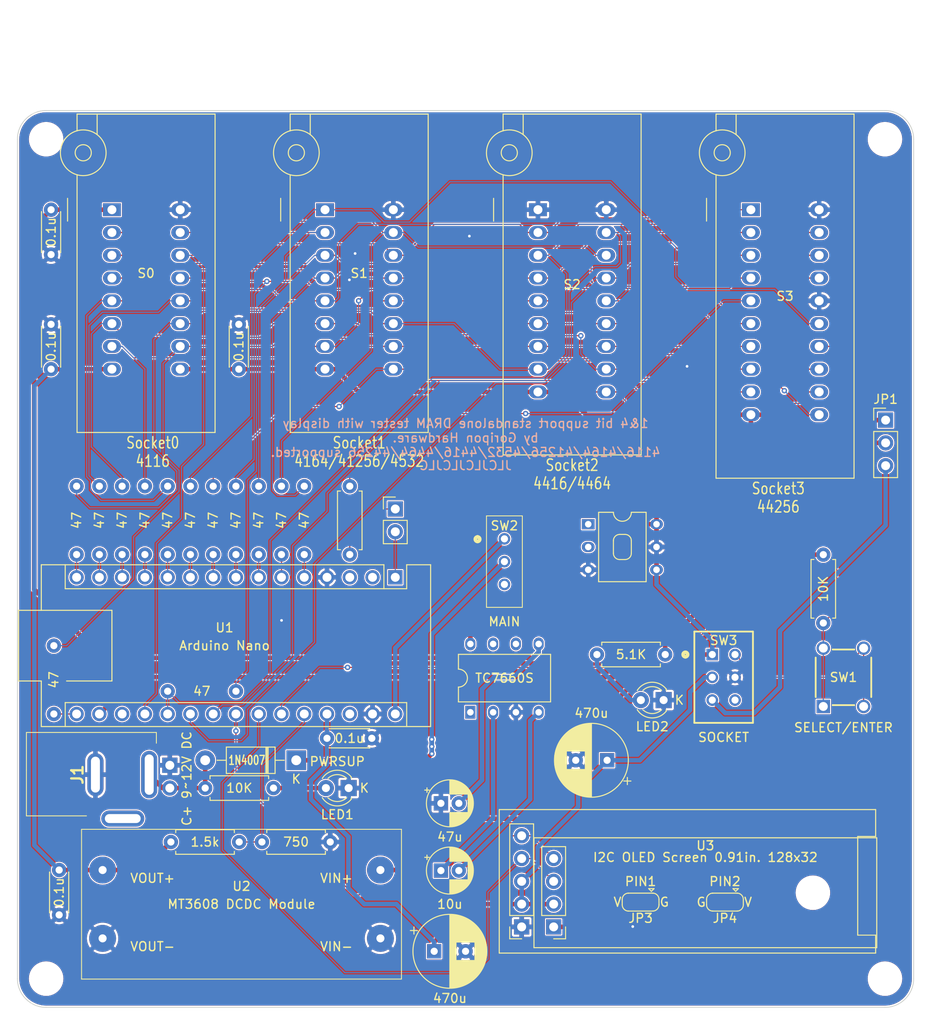
<source format=kicad_pcb>
(kicad_pcb (version 20221018) (generator pcbnew)
  (title_block (title "1&4 bit support standalone DRAM tester with display.") (date "2024-03-16") (rev "2") (company "Goripon Hardware") (comment 1 "4116/4164/41256/4532/4416/4464/44256 supported."))
  (layers (0 "F.Cu" signal) (31 "B.Cu" signal) (34 "B.Paste" user) (35 "F.Paste" user) (36 "B.SilkS" user "B.Silkscreen") (37 "F.SilkS" user "F.Silkscreen") (38 "B.Mask" user) (39 "F.Mask" user) (44 "Edge.Cuts" user))
  (net 0 "")
  (net 1 "Net-(IC1-CAP-)")
  (net 2 "Net-(IC1-CAP+)")
  (net 3 "+12V")
  (net 4 "GND")
  (net 5 "-5V")
  (net 6 "+5V")
  (net 7 "DQ1{slash}Q")
  (net 8 "~{W}")
  (net 9 "~{RAS}")
  (net 10 "A6")
  (net 11 "A5")
  (net 12 "A4")
  (net 13 "A7")
  (net 14 "A3")
  (net 15 "A2")
  (net 16 "A1")
  (net 17 "A0")
  (net 18 "DQ3")
  (net 19 "~{CAS}")
  (net 20 "DQ4")
  (net 21 "A8")
  (net 26 "A9")
  (net 29 "SDA")
  (net 30 "SCL")
  (net 32 "SOCKET_5V")
  (net 33 "Net-(U1-D2)")
  (net 34 "Net-(U1-D3)")
  (net 35 "Net-(U1-D4)")
  (net 36 "Net-(U1-D5)")
  (net 37 "Net-(U1-D6)")
  (net 38 "Net-(U1-D7)")
  (net 39 "Net-(U1-D8)")
  (net 40 "Net-(U1-D9)")
  (net 41 "Net-(U1-D10)")
  (net 42 "Net-(U1-D11)")
  (net 43 "Net-(U1-D12)")
  (net 44 "Net-(U1-D13)")
  (net 45 "D")
  (net 46 "DQ2")
  (net 47 "BUTTON")
  (net 49 "Net-(JP1-C)")
  (net 50 "SOCKET_OFF")
  (net 51 "+3.3V")
  (net 52 "BUTTON_GND")
  (net 54 "Net-(JP3-C)")
  (net 56 "Net-(LED1-A)")
  (net 57 "Net-(LED2-A)")
  (net 58 "Net-(JP4-C)")
  (net 59 "Net-(JP5-A)")
  (net 62 "Net-(U1-A7)")
  (net 63 "SOCKET_PS")
  (net 64 "Net-(JP5-B)")
  (net 65 "/VIN")
  (net 66 "/PS")
  (net 67 "/NPPS")
  (footprint "Resistor_THT:R_Axial_DIN0207_L6.3mm_D2.5mm_P7.62mm_Horizontal" (layer "F.Cu") (at 129.49 119.927 180)
    (fp_text reference "R17" hide)
    (fp_text value "10K")
  )
  (footprint "LED_THT:LED_D3.0mm" (layer "F.Cu") (at 173.025 110.117 180)
    (fp_text reference "LED2")
    (fp_text value "Green")
  )
  (footprint "MountingHole:MountingHole_3.2mm_M3" (layer "F.Cu") (at 104.123 141.177)
    (fp_text reference "H3" hide)
    (fp_text value "MountingHole")
  )
  (footprint "ProjectLibrary:I2C_OLED_0.91in_128x32" (layer "F.Cu") (at 177.683 131.597)
    (fp_text reference "U3")
    (fp_text value "I2C OLED Screen 0.91in. 128x32")
  )
  (footprint "ProjectLibrary:SS12SDP2" (layer "F.Cu") (at 155.26 94.677)
    (fp_text reference "SW2")
    (fp_text value "SS12SDP2" hide)
  )
  (footprint "ProjectLibrary:AL12832AWWB-H-U02" (layer "F.Cu") (at 175.683 130.327)
    (fp_text reference "U4" hide)
    (fp_text value "(AL12832AWWB-H-U02)" hide)
  )
  (footprint "LED_THT:LED_D3.0mm" (layer "F.Cu") (at 137.88 119.927 180)
    (fp_text reference "LED1")
    (fp_text value "Yellow")
  )
  (footprint "ProjectLibrary:R_Axial_DIN0207_L6.3mm_D2.5mm_P7.62mm_Horizontal" (layer "F.Cu") (at 120.223 86.267 -90)
    (fp_text reference "R6" hide)
    (fp_text value "47")
  )
  (footprint "Jumper:SolderJumper-3_P1.3mm_Bridged12_RoundedPad1.0x1.5mm" (layer "F.Cu") (at 170.457 132.643 180)
    (fp_text reference "JP3")
    (fp_text value "PIN1")
  )
  (footprint "Socket:DIP_Socket-20_W4.3_W5.08_W7.62_W10.16_W10.9_3M_220-3342-00-0602J" (layer "F.Cu") (at 182.7625 55.437)
    (fp_text reference "S3")
    (fp_text value "ZIF Socket 20pin")
  )
  (footprint "ProjectLibrary:R_Axial_DIN0207_L6.3mm_D2.5mm_P7.62mm_Horizontal" (layer "F.Cu") (at 122.763 86.267 -90)
    (fp_text reference "R5" hide)
    (fp_text value "47")
  )
  (footprint "Capacitor_THT:C_Disc_D4.3mm_W1.9mm_P5.00mm" (layer "F.Cu") (at 105.573 129.067 -90)
    (fp_text reference "C8" hide)
    (fp_text value "0.1u")
  )
  (footprint "ProjectLibrary:DIP8_300mil_FineLongPad" (layer "F.Cu") (at 155.27 107.667 90)
    (fp_text reference "IC1" hide)
    (fp_text value "TC7660S")
  )
  (footprint "Resistor_THT:R_Axial_DIN0207_L6.3mm_D2.5mm_P7.62mm_Horizontal" (layer "F.Cu") (at 165.583 105.037)
    (fp_text reference "R18" hide)
    (fp_text value "5.1K")
  )
  (footprint "Socket:DIP_Socket-18_W4.3_W5.08_W7.62_W10.16_W10.9_3M_218-3341-00-0602J" (layer "F.Cu") (at 159.003 55.437)
    (fp_text reference "S2")
    (fp_text value "ZIF Socket 18pin")
  )
  (footprint "ProjectLibrary:SS22SDP2" (layer "F.Cu") (at 178.453 105.037)
    (fp_text reference "SW3")
    (fp_text value "SS22SDP2" hide)
  )
  (footprint "Resistor_THT:R_Axial_DIN0207_L6.3mm_D2.5mm_P7.62mm_Horizontal" (layer "F.Cu") (at 128.203 125.94)
    (fp_text reference "R16" hide)
    (fp_text value "750")
  )
  (footprint "ProjectLibrary:R_Axial_DIN0207_L6.3mm_D2.5mm_P7.62mm_Horizontal" (layer "F.Cu") (at 104.983 104.047 -90)
    (fp_text reference "R12" hide)
    (fp_text value "47")
  )
  (footprint "Capacitor_THT:C_Disc_D4.3mm_W1.9mm_P5.00mm" (layer "F.Cu") (at 135.463 114.377)
    (fp_text reference "C4" hide)
    (fp_text value "0.1u")
  )
  (footprint "Resistor_THT:R_Axial_DIN0207_L6.3mm_D2.5mm_P7.62mm_Horizontal" (layer "F.Cu") (at 190.843 93.9 -90)
    (fp_text reference "R14" hide)
    (fp_text value "10K")
  )
  (footprint "Socket:DIP_Socket-16_W4.3_W5.08_W7.62_W10.16_W10.9_3M_216-3340-00-0602J" (layer "F.Cu") (at 135.2435 55.437)
    (fp_text reference "S1")
    (fp_text value "ZIF Socket 16pin")
  )
  (footprint "Capacitor_THT:C_Disc_D4.3mm_W1.9mm_P5.00mm" (layer "F.Cu") (at 104.673 60.437 90)
    (fp_text reference "C1" hide)
    (fp_text value "0.1u")
  )
  (footprint "Diode_THT:D_DO-41_SOD81_P10.16mm_Horizontal" (layer "F.Cu") (at 132.03 116.827 180)
    (fp_text reference "D1" hide)
    (fp_text value "1N4007")
  )
  (footprint "MountingHole:MountingHole_3.2mm_M3" (layer "F.Cu") (at 197.723 47.577)
    (fp_text reference "H2" hide)
    (fp_text value "MountingHole")
  )
  (footprint "Capacitor_THT:CP_Radial_D8.0mm_P3.50mm" (layer "F.Cu") (at 147.4233 138.127)
    (fp_text reference "C5" hide)
    (fp_text value "470u")
  )
  (footprint "Capacitor_THT:CP_Radial_D5.0mm_P2.00mm" (layer "F.Cu") (at 148.173 121.627)
    (fp_text reference "C6" hide)
    (fp_text value "47u")
  )
  (footprint "ProjectLibrary:R_Axial_DIN0207_L6.3mm_D2.5mm_P7.62mm_Horizontal" (layer "F.Cu") (at 115.143 86.267 -90)
    (fp_text reference "R8" hide)
    (fp_text value "47")
  )
  (footprint "ProjectLibrary:DIP6_300mil_FineLongPad_No3D" (layer "F.Cu") (at 164.612 90.505)
    (fp_text reference "U5" hide)
    (fp_text value "(AE-XCL103-5V0)" hide)
  )
  (footprint "Socket:DIP_Socket-16_W4.3_W5.08_W7.62_W10.16_W10.9_3M_216-3340-00-0602J" (layer "F.Cu") (at 111.463 55.437)
    (fp_text reference "S0")
    (fp_text value "ZIF Socket 16pin")
  )
  (footprint "Resistor_THT:R_Axial_DIN0207_L6.3mm_D2.5mm_P7.62mm_Horizontal" (layer "F.Cu") (at 138.003 86.267 -90)
    (fp_text reference "R19" hide)
    (fp_text value "47" hide)
  )
  (footprint "Module:Arduino_Nano" (layer "F.Cu") (at 143.083 96.427 -90)
    (fp_text reference "U1")
    (fp_text value "Arduino Nano")
  )
  (footprint "ProjectLibrary:R_Axial_DIN0207_L6.3mm_D2.5mm_P7.62mm_Horizontal" (layer "F.Cu") (at 107.523 86.267 -90)
    (fp_text reference "R11" hide)
    (fp_text value "47")
  )
  (footprint "ProjectLibrary:R_Axial_DIN0207_L6.3mm_D2.5mm_P7.62mm_Horizontal" (layer "F.Cu") (at 112.603 86.267 -90)
    (fp_text reference "R9" hide)
    (fp_text value "47")
  )
  (footprint "Capacitor_THT:CP_Radial_D8.0mm_P3.50mm" (layer "F.Cu") (at 166.7175 116.827 180)
    (fp_text reference "C9" hide)
    (fp_text value "470u")
  )
  (footprint "MountingHole:MountingHole_3.2mm_M3" (layer "F.Cu") (at 189.683 131.597)
    (fp_text reference "H5" hide)
    (fp_text value "MountingHole")
  )
  (footprint "ProjectLibrary:DTS63NV" (layer "F.Cu") (at 193.093 107.577 90)
    (fp_text reference "SW1")
    (fp_text value "DTS-63N-V" hide)
  )
  (footprint "ProjectLibrary:R_Axial_DIN0207_L6.3mm_D2.5mm_P7.62mm_Horizontal" (layer "F.Cu") (at 117.683 109.127)
    (fp_text reference "R13" hide)
    (fp_text value "47")
  )
  (footprint "Connector_PinHeader_2.54mm:PinHeader_1x02_P2.54mm_Vertical" (layer "F.Cu") (at 143.083 88.807)
    (fp_text reference "JP5" hide)
    (fp_text value "A9EN" hide)
  )
  (footprint "ProjectLibrary:R_Axial_DIN0207_L6.3mm_D2.5mm_P7.62mm_Horizontal" (layer "F.Cu") (at 130.383 86.267 -90)
    (fp_text reference "R2" hide)
    (fp_text value "47")
  )
  (footprint "Capacitor_THT:C_Disc_D4.3mm_W1.9mm_P5.00mm" (layer "F.Cu") (at 104.673 68.217 -90)
    (fp_text reference "C2" hide)
    (fp_text value "0.1u")
  )
  (footprint "ProjectLibrary:R_Axial_DIN0207_L6.3mm_D2.5mm_P7.62mm_Horizontal" (layer "F.Cu") (at 125.303 86.267 -90)
    (fp_text reference "R4" hide)
    (fp_text value "47")
  )
  (footprint "MountingHole:MountingHole_3.2mm_M3" (layer "F.Cu") (at 197.723 141.177)
    (fp_text reference "H4" hide)
    (fp_text value "MountingHole")
  )
  (footprint "Jumper:SolderJumper-3_P1.3mm_Bridged12_RoundedPad1.0x1.5mm" (layer "F.Cu") (at 179.867 132.643 180)
    (fp_text reference "JP4")
    (fp_text value "PIN2")
  )
  (footprint "ProjectLibrary:R_Axial_DIN0207_L6.3mm_D2.5mm_P7.62mm_Horizontal" (layer "F.Cu") (at 117.683 86.267 -90)
    (fp_text reference "R7" hide)
    (fp_text value "47")
  )
  (footprint "Connector_PinHeader_2.54mm:PinHeader_1x03_P2.54mm_Vertical" (layer "F.Cu") (at 197.7975 78.897)
    (fp_text reference "JP1")
    (fp_text value "Pin Header 1x3pin" hide)
  )
  (footprint "ProjectLibrary:MT3608_DCDC_Module" (layer "F.Cu") (at 125.923 132.877)
    (fp_text reference "U2")
    (fp_text value "MT3608 DCDC Module")
  )
  (footprint "Capacitor_THT:CP_Radial_D5.0mm_P2.00mm" (layer "F.Cu") (at 148.173 129.127)
    (fp_text reference "C7" hide)
    (fp_text value "10u")
  )
  (footprint "ProjectLibrary:R_Axial_DIN0207_L6.3mm_D2.5mm_P7.62mm_Horizontal" (layer "F.Cu") (at 132.923 86.267 -90)
    (fp_text reference "R1" hide)
    (fp_text value "47")
  )
  (footprint "MountingHole:MountingHole_3.2mm_M3" (layer "F.Cu") (at 104.123 47.577)
    (fp_text reference "H1" hide)
    (fp_text value "MountingHole")
  )
  (footprint "ProjectLibrary:MJ179PH" (layer "F.Cu") (at 109.623 118.427 180)
    (fp_text reference "J1")
    (fp_text value "MJ-179PH" hide)
  )
  (footprint "ProjectLibrary:PinHeader_1x02_P2.54mm_Vertical_noSilk" (layer "F.Cu") (at 117.923 117.387)
    (fp_text reference "J2")
    (fp_text value "PS")
  )
  (footprint "ProjectLibrary:R_Axial_DIN0207_L6.3mm_D2.5mm_P7.62mm_Horizontal" (layer "F.Cu") (at 110.063 86.267 -90)
    (fp_text reference "R10" hide)
    (fp_text value "47")
  )
  (footprint "Capacitor_THT:C_Disc_D4.3mm_W1.9mm_P5.00mm" (layer "F.Cu") (at 125.623 73.217 90)
    (fp_text reference "C3" hide)
    (fp_text value "0.1u")
  )
  (footprint "Resistor_THT:R_Axial_DIN0207_L6.3mm_D2.5mm_P7.62mm_Horizontal" (layer "F.Cu") (at 118.043 125.94)
    (fp_text reference "R15" hide)
    (fp_text value "1.5k")
  )
  (footprint "Jumper:SolderJumper-2_P1.3mm_Bridged_RoundedPad1.0x1.5mm" (layer "F.Cu") (at 168.422 93.045 90)
    (fp_text reference "JP2" hide)
    (fp_text value "5V" hide)
  )
  (footprint "ProjectLibrary:R_Axial_DIN0207_L6.3mm_D2.5mm_P7.62mm_Horizontal" (layer "F.Cu") (at 127.843 86.267 -90)
    (fp_text reference "R3" hide)
    (fp_text value "47")
  )
  (gr_line (start 100.923 141.177) (end 100.923 47.577) (stroke (width 0.1)) (layer "Edge.Cuts"))
  (gr_line (start 104.123 44.377) (end 197.723 44.377) (stroke (width 0.1)) (layer "Edge.Cuts"))
  (gr_line (start 197.723 144.377) (end 104.123 144.377) (stroke (width 0.1)) (layer "Edge.Cuts"))
  (gr_arc (start 100.923 47.577) (mid 101.860258 45.314258) (end 104.123 44.377) (stroke (width 0.1)) (layer "Edge.Cuts"))
  (gr_line (start 200.923 47.577) (end 200.923 141.177) (stroke (width 0.1)) (layer "Edge.Cuts"))
  (gr_arc (start 200.923 141.177) (mid 199.985742 143.439742) (end 197.723 144.377) (stroke (width 0.1)) (layer "Edge.Cuts"))
  (gr_arc (start 104.123 144.377) (mid 101.860258 143.439742) (end 100.923 141.177) (stroke (width 0.1)) (layer "Edge.Cuts"))
  (gr_arc (start 197.723 44.377) (mid 199.985742 45.314258) (end 200.923 47.577) (stroke (width 0.1)) (layer "Edge.Cuts"))
  (gr_text "JLCJLCJLCJLC" (at 150.923 83.377) (layer "B.SilkS") (effects (font (size 1 1) (thickness 0.153)) (justify top mirror)))
  (gr_text "1&4 bit support standalone DRAM tester with display\nby Goripon Hardware.\n4116/4164/41256/4532/4416/4464/44256 supported." (at 150.923 80.877) (layer "B.SilkS") (effects (font (size 1 1) (thickness 0.153)) (justify mirror)))
  (gr_text "G" (at 177.817 132.653) (layer "F.SilkS") (effects (font (size 1 1) (thickness 0.153)) (justify right)))
  (gr_text "K" (at 174.18 110.117) (layer "F.SilkS") (effects (font (size 1 1) (thickness 0.153)) (justify left)))
  (gr_text "Socket2\n4416/4464" (at 162.813 83.177) (layer "F.SilkS") (effects (font (size 1.27 1) (thickness 0.153)) (justify top)))
  (gr_text "V" (at 168.407 132.643) (layer "F.SilkS") (effects (font (size 1 1) (thickness 0.153)) (justify right)))
  (gr_text "Socket0\n4116" (at 116.023 80.677) (layer "F.SilkS") (effects (font (size 1.27 1) (thickness 0.153)) (justify top)))
  (gr_text "K" (at 139.03 119.927) (layer "F.SilkS") (effects (font (size 1 1) (thickness 0.153)) (justify left)))
  (gr_text "C+ 9～12V DC" (at 119.82 118.867 90) (layer "F.SilkS") (effects (font (size 1 1) (thickness 0.153))))
  (gr_text "SELECT/ENTER" (at 193.093 113.18) (layer "F.SilkS") (effects (font (size 1 1) (thickness 0.153))))
  (gr_text "SOCKET" (at 179.72 114.27) (layer "F.SilkS") (effects (font (size 1 1) (thickness 0.153))))
  (gr_text "PWRSUP" (at 136.61 116.967) (layer "F.SilkS") (effects (font (size 1 1) (thickness 0.153))))
  (gr_text "G" (at 172.507 132.643) (layer "F.SilkS") (effects (font (size 1 1) (thickness 0.153)) (justify left)))
  (gr_text "Socket3\n44256" (at 185.8225 85.777) (layer "F.SilkS") (effects (font (size 1.27 1) (thickness 0.153)) (justify top)))
  (gr_text "Socket1\n4164/41256/4532" (at 139.0545 80.677) (layer "F.SilkS") (effects (font (size 1.27 1) (thickness 0.153)) (justify top)))
  (gr_text "MAIN" (at 155.26 101.9535) (layer "F.SilkS") (effects (font (size 1 1) (thickness 0.153)) (justify bottom)))
  (gr_text "V" (at 181.917 132.653) (layer "F.SilkS") (effects (font (size 1 1) (thickness 0.153)) (justify left)))
  (segment (start 158.1321 112.4249) (end 158.1321 121.1679) (width 0.508) (layer "B.Cu") (net 1))
  (segment (start 158.1321 121.1679) (end 150.173 129.127) (width 0.508) (layer "B.Cu") (net 1))
  (segment (start 159.08 111.477) (end 158.1321 112.4249) (width 0.508) (layer "B.Cu") (net 1))
  (segment (start 154 123.3) (end 154 111.477) (width 0.508) (layer "B.Cu") (net 2))
  (segment (start 148.173 129.127) (end 154 123.3) (width 0.508) (layer "B.Cu") (net 2))
  (segment (start 114.916 129.067) (end 110.423 129.067) (width 0.508) (layer "F.Cu") (net 3))
  (segment (start 111.463 73.217) (end 104.673 73.217) (width 0.508) (layer "F.Cu") (net 3))
  (segment (start 110.423 129.067) (end 105.573 129.067) (width 0.508) (layer "F.Cu") (net 3))
  (segment (start 118.043 125.94) (end 114.916 129.067) (width 0.508) (layer "F.Cu") (net 3))
  (segment (start 105.573 129.067) (end 102.81 126.304) (width 0.508) (layer "B.Cu") (net 3))
  (segment (start 102.81 75.08) (end 104.673 73.217) (width 0.508) (layer "B.Cu") (net 3))
  (segment (start 102.81 126.304) (end 102.81 75.08) (width 0.508) (layer "B.Cu") (net 3))
  (segment (start 149.9328 139.1175) (end 143.8535 139.1175) (width 0.127) (layer "F.Cu") (net 4))
  (segment (start 151.45 117.45) (end 148.173 120.727) (width 0.127) (layer "F.Cu") (net 4))
  (segment (start 162.5945 117.45) (end 151.45 117.45) (width 0.127) (layer "F.Cu") (net 4))
  (segment (start 148.173 120.727) (end 148.173 121.627) (width 0.127) (layer "F.Cu") (net 4))
  (segment (start 190.3825 65.597) (end 190.3825 64.7875) (width 0.127) (layer "F.Cu") (net 4))
  (segment (start 119.083 55.437) (end 118.013 55.437) (width 0.127) (layer "F.Cu") (net 4))
  (segment (start 190.3825 54.6125) (end 190.3825 55.437) (width 0.127) (layer "F.Cu") (net 4))
  (segment (start 179.5454 109.0246) (end 180.993 107.577) (width 0.127) (layer "F.Cu") (net 4))
  (segment (start 167.01 54.21) (end 189.98 54.21) (width 0.127) (layer "F.Cu") (net 4))
  (segment (start 160.46 116.18) (end 162.5705 116.18) (width 0.127) (layer "F.Cu") (net 4))
  (segment (start 137.88 119.927) (end 137.88 122.99) (width 0.127) (layer "F.Cu") (net 4))
  (segment (start 163.2175 116.827) (end 162.5945 117.45) (width 0.127) (layer "F.Cu") (net 4))
  (segment (start 116.75 56.7) (end 108.41 56.7) (width 0.127) (layer "F.Cu") (net 4))
  (segment (start 190.3825 56.2525) (end 190.3825 55.437) (width 0.127) (layer "F.Cu") (net 4))
  (segment (start 111.54 135.57) (end 110.423 136.687) (width 0.127) (layer "F.Cu") (net 4))
  (segment (start 110.423 136.687) (end 109.306 135.57) (width 0.127) (layer "F.Cu") (net 4))
  (segment (start 157.183 135.407) (end 153.6433 135.407) (width 0.127) (layer "F.Cu") (net 4))
  (segment (start 153.6433 135.407) (end 150.9233 138.127) (width 0.127) (layer "F.Cu") (net 4))
  (segment (start 169.58 135.37) (end 169.94 135.37) (width 0.127) (layer "F.Cu") (net 4))
  (segment (start 191.6043 57.4743) (end 190.3825 56.2525) (width 0.127) (layer "F.Cu") (net 4))
  (segment (start 171.757 133.553) (end 171.757 132.643) (width 0.127) (layer "F.Cu") (net 4))
  (segment (start 108.41 56.7) (end 104.673 60.437) (width 0.127) (layer "F.Cu") (net 4))
  (segment (start 137.88 122.99) (end 135.823 125.047) (width 0.127) (layer "F.Cu") (net 4))
  (segment (start 174.1174 110.117) (end 175.2098 109.0246) (width 0.127) (layer "F.Cu") (net 4))
  (segment (start 159.003 55.437) (end 142.8635 55.437) (width 0.127) (layer "F.Cu") (net 4))
  (segment (start 162.5705 116.18) (end 163.2175 116.827) (width 0.127) (layer "F.Cu") (net 4))
  (segment (start 109.306 135.57) (end 107.076 135.57) (width 0.127) (layer "F.Cu") (net 4))
  (segment (start 175.2098 109.0246) (end 179.5454 109.0246) (width 0.127) (layer "F.Cu") (net 4))
  (segment (start 140.306 135.57) (end 111.54 135.57) (width 0.127) (layer "F.Cu") (net 4))
  (segment (start 178.567 132.643) (end 171.757 132.643) (width 0.127) (layer "F.Cu") (net 4))
  (segment (start 190.3825 64.7875) (end 191.6043 63.5657) (width 0.127) (layer "F.Cu") (net 4))
  (segment (start 118.013 55.437) (end 116.75 56.7) (width 0.127) (layer "F.Cu") (net 4))
  (segment (start 166.623 54.597) (end 167.01 54.21) (width 0.127) (layer "F.Cu") (net 4))
  (segment (start 169.94 135.37) (end 171.757 133.553) (width 0.127) (layer "F.Cu") (net 4))
  (segment (start 166.623 55.437) (end 166.623 54.597) (width 0.127) (layer "F.Cu") (net 4))
  (segment (start 159.003 55.437) (end 166.623 55.437) (width 0.127) (layer "F.Cu") (net 4))
  (segment (start 135.823 125.047) (end 135.823 125.94) (width 0.127) (layer "F.Cu") (net 4))
  (segment (start 143.8535 139.1175) (end 141.423 136.687) (width 0.127) (layer "F.Cu") (net 4))
  (segment (start 189.98 54.21) (end 190.3825 54.6125) (width 0.127) (layer "F.Cu") (net 4))
  (segment (start 191.6043 63.5657) (end 191.6043 57.4743) (width 0.127) (layer "F.Cu") (net 4))
  (segment (start 150.9233 138.127) (end 149.9328 139.1175) (width 0.127) (layer "F.Cu") (net 4))
  (segment (start 156.54 112.26) (end 160.46 116.18) (width 0.127) (layer "F.Cu") (net 4))
  (segment (start 173.025 110.117) (end 174.1174 110.117) (width 0.127) (layer "F.Cu") (net 4))
  (segment (start 141.423 136.687) (end 140.306 135.57) (width 0.127) (layer "F.Cu") (net 4))
  (segment (start 156.54 111.477) (end 156.54 112.26) (width 0.127) (layer "F.Cu") (net 4))
  (segment (start 107.076 135.57) (end 105.573 134.067) (width 0.127) (layer "F.Cu") (net 4))
  (via (at 137.96 63.26) (size 0.6) (drill 0.3) (layers "F.Cu" "B.Cu") (net 4))
  (via (at 130.39 101.23) (size 0.6) (drill 0.3) (layers "F.Cu" "B.Cu") (net 4))
  (via (at 169.58 135.37) (size 0.6) (drill 0.3) (layers "F.Cu" "B.Cu") (net 4))
  (via (at 175.64 72.9) (size 0.6) (drill 0.3) (layers "F.Cu" "B.Cu") (net 4))
  (via (at 138.6 60.32) (size 0.6) (drill 0.3) (layers "F.Cu" "B.Cu") (net 4))
  (via (at 151.35 58.38) (size 0.6) (drill 0.3) (layers "F.Cu" "B.Cu") (net 4))
  (segment (start 141.79 112.055) (end 141.402 111.667) (width 0.127) (layer "B.Cu") (net 4))
  (segment (start 140.463 114.377) (end 141.79 113.05) (width 0.127) (layer "B.Cu") (net 4))
  (segment (start 170.4494 95.585) (end 172.232 93.8024) (width 0.127) (layer "B.Cu") (net 4))
  (segment (start 148.173 120.733) (end 148.173 121.627) (width 0.127) (layer "B.Cu") (net 4))
  (segment (start 140.306 135.57) (end 137.65 135.57) (width 0.127) (layer "B.Cu") (net 4))
  (segment (start 159.8184 137) (end 158.2254 135.407) (width 0.127) (layer "B.Cu") (net 4))
  (segment (start 137.88 116.96) (end 137.88 119.927) (width 0.127) (layer "B.Cu") (net 4))
  (segment (start 119.083 55.437) (end 120.2754 55.437) (width 0.127) (layer "B.Cu") (net 4))
  (segment (start 172.232 93.045) (end 172.232 93.8024) (width 0.127) (layer "B.Cu") (net 4))
  (segment (start 185.384 80.756) (end 190.684 80.756) (width 0.127) (layer "B.Cu") (net 4))
  (segment (start 108.5306 118.427) (end 106.988 119.9696) (width 0.127) (layer "B.Cu") (net 4))
  (segment (start 172.232 93.045) (end 173.095 93.045) (width 0.127) (layer "B.Cu") (net 4))
  (segment (start 137.65 135.57) (end 135.823 133.743) (width 0.127) (layer "B.Cu") (net 4))
  (segment (start 142.8635 55.437) (end 142.8635 54.6135) (width 0.127) (layer "B.Cu") (net 4))
  (segment (start 169.58 135.37) (end 163.4 135.37) (width 0.127) (layer "B.Cu") (net 4))
  (segment (start 156.54 110.67) (end 163.42 103.79) (width 0.127) (layer "B.Cu") (net 4))
  (segment (start 124.99 67.584) (end 124.99 55.859) (width 0.127) (layer "B.Cu") (net 4))
  (segment (start 141.402 111.667) (end 140.543 111.667) (width 0.127) (layer "B.Cu") (net 4))
  (segment (start 192.3 79.14) (end 192.3 66.44) (width 0.127) (layer "B.Cu") (net 4))
  (segment (start 120.6974 55.859) (end 120.2754 55.437) (width 0.127) (layer "B.Cu") (net 4))
  (segment (start 124.99 55.859) (end 125.623 55.859) (width 0.127) (layer "B.Cu") (net 4))
  (segment (start 141.076 114.99) (end 142.43 114.99) (width 0.127) (layer "B.Cu") (net 4))
  (segment (start 164.612 103.79) (end 167.72 103.79) (width 0.127) (layer "B.Cu") (net 4))
  (segment (start 163.42 103.79) (end 164.612 103.79) (width 0.127) (layer "B.Cu") (net 4))
  (segment (start 125.623 68.217) (end 124.99 67.584) (width 0.127) (layer "B.Cu") (net 4))
  (segment (start 104.673 60.437) (end 105.36 61.124) (width 0.127) (layer "B.Cu") (net 4))
  (segment (start 190.684 80.756) (end 192.3 79.14) (width 0.127) (layer "B.Cu") (net 4))
  (segment (start 140.463 114.377) (end 141.076 114.99) (width 0.127) (layer "B.Cu") (net 4))
  (segment (start 140.543 112.667) (end 140.543 104.183) (width 0.127) (layer "B.Cu") (net 4))
  (segment (start 142.48 54.23) (end 127.252 54.23) (width 0.127) (layer "B.Cu") (net 4))
  (segment (start 140.543 104.183) (end 135.463 99.103) (width 0.127) (layer "B.Cu") (net 4))
  (segment (start 142.8635 54.6135) (end 142.48 54.23) (width 0.127) (layer "B.Cu") (net 4))
  (segment (start 135.823 133.743) (end 135.823 125.94) (width 0.127) (layer "B.Cu") (net 4))
  (segment (start 192.3 66.44) (end 191.457 65.597) (width 0.127) (layer "B.Cu") (net 4))
  (segment (start 105.36 67.53) (end 104.673 68.217) (width 0.127) (layer "B.Cu") (net 4))
  (segment (start 105.36 61.124) (end 105.36 67.53) (width 0.127) (layer "B.Cu") (net 4))
  (segment (start 140.463 114.377) (end 137.88 116.96) (width 0.127) (layer "B.Cu") (net 4))
  (segment (start 135.463 99.103) (end 135.463 96.427) (width 0.127) (layer "B.Cu") (net 4))
  (segment (start 161.77 137) (end 159.8184 137) (width 0.127) (layer "B.Cu") (net 4))
  (segment (start 141.79 113.05) (end 141.79 112.055) (width 0.127) (layer "B.Cu") (net 4))
  (segment (start 125.623 55.859) (end 120.6974 55.859) (width 0.127) (layer "B.Cu") (net 4))
  (segment (start 106.988 119.9696) (end 106.988 132.652) (width 0.127) (layer "B.Cu") (net 4))
  (segment (start 164.612 95.585) (end 170.4494 95.585) (width 0.127) (layer "B.Cu") (net 4))
  (segment (start 127.252 54.23) (end 125.623 55.859) (width 0.127) (layer "B.Cu") (net 4))
  (segment (start 142.43 114.99) (end 148.173 120.733) (width 0.127) (layer "B.Cu") (net 4))
  (segment (start 156.54 111.477) (end 156.54 110.67) (width 0.127) (layer "B.Cu") (net 4))
  (segment (start 141.423 136.687) (end 140.306 135.57) (width 0.127) (layer "B.Cu") (net 4))
  (segment (start 173.025 109.095) (end 173.025 110.117) (width 0.127) (layer "B.Cu") (net 4))
  (segment (start 167.72 103.79) (end 173.025 109.095) (width 0.127) (layer "B.Cu") (net 4))
  (segment (start 163.4 135.37) (end 161.77 137) (width 0.127) (layer "B.Cu") (net 4))
  (segment (start 109.623 118.427) (end 108.5306 118.427) (width 0.127) (layer "B.Cu") (net 4))
  (segment (start 106.988 132.652) (end 105.573 134.067) (width 0.127) (layer "B.Cu") (net 4))
  (segment (start 173.095 93.045) (end 185.384 80.756) (width 0.127) (layer "B.Cu") (net 4))
  (segment (start 191.457 65.597) (end 190.3825 65.597) (width 0.127) (layer "B.Cu") (net 4))
  (segment (start 164.612 95.585) (end 164.612 103.79) (width 0.127) (layer "B.Cu") (net 4))
  (segment (start 158.2254 135.407) (end 157.183 135.407) (width 0.127) (layer "B.Cu") (net 4))
  (segment (start 110.0801 55.437) (end 104.673 55.437) (width 0.508) (layer "F.Cu") (net 5))
  (segment (start 158.44 105.4) (end 110.43 105.4) (width 0.508) (layer "F.Cu") (net 5))
  (segment (start 102.79 97.76) (end 102.79 57.32) (width 0.508) (layer "F.Cu") (net 5))
  (segment (start 102.79 57.32) (end 104.673 55.437) (width 0.508) (layer "F.Cu") (net 5))
  (segment (start 111.463 55.437) (end 110.0801 55.437) (width 0.508) (layer "F.Cu") (net 5))
  (segment (start 159.08 104.76) (end 158.44 105.4) (width 0.508) (layer "F.Cu") (net 5))
  (segment (start 159.08 103.857) (end 159.08 104.76) (width 0.508) (layer "F.Cu") (net 5))
  (segment (start 110.43 105.4) (end 102.79 97.76) (width 0.508) (layer "F.Cu") (net 5))
  (segment (start 159.08 104.76) (end 159.08 103.857) (width 0.508) (layer "B.Cu") (net 5))
  (segment (start 150.173 121.627) (end 152.76 119.04) (width 0.508) (layer "B.Cu") (net 5))
  (segment (start 156.29 107.55) (end 159.08 104.76) (width 0.508) (layer "B.Cu") (net 5))
  (segment (start 152.76 108.9) (end 154.11 107.55) (width 0.508) (layer "B.Cu") (net 5))
  (segment (start 154.11 107.55) (end 156.29 107.55) (width 0.508) (layer "B.Cu") (net 5))
  (segment (start 152.76 119.04) (end 152.76 108.9) (width 0.508) (layer "B.Cu") (net 5))
  (segment (start 167.377 131.597) (end 159.503 131.597) (width 0.508) (layer "F.Cu") (net 6))
  (segment (start 147.4233 137.0967) (end 151.653 132.867) (width 0.508) (layer "F.Cu") (net 6))
  (segment (start 169.157 131.663) (end 169.157 132.643) (width 0.508) (layer "F.Cu") (net 6))
  (segment (start 147.4233 138.127) (end 147.4233 137.0967) (width 0.508) (layer "F.Cu") (net 6))
  (segment (start 180.59 131.1) (end 169.72 131.1) (width 0.508) (layer "F.Cu") (net 6))
  (segment (start 169.72 131.1) (end 169.157 131.663) (width 0.508) (layer "F.Cu") (net 6))
  (segment (start 181.167 132.643) (end 181.167 131.677) (width 0.508) (layer "F.Cu") (net 6))
  (segment (start 159.503 131.597) (end 158.233 132.867) (width 0.508) (layer "F.Cu") (net 6))
  (segment (start 151.653 132.867) (end 157.183 132.867) (width 0.508) (layer "F.Cu") (net 6))
  (segment (start 181.167 131.677) (end 180.59 131.1) (width 0.508) (layer "F.Cu") (net 6))
  (segment (start 169.157 132.643) (end 168.423 132.643) (width 0.508) (layer "F.Cu") (net 6))
  (segment (start 158.233 132.867) (end 157.183 132.867) (width 0.508) (layer "F.Cu") (net 6))
  (segment (start 168.423 132.643) (end 167.377 131.597) (width 0.508) (layer "F.Cu") (net 6))
  (segment (start 135.463 117.307) (end 135.463 114.377) (width 0.508) (layer "B.Cu") (net 6))
  (segment (start 175.98 111.22) (end 170.373 116.827) (width 0.508) (layer "B.Cu") (net 6))
  (segment (start 178.453 107.577) (end 177.613 107.577) (width 0.508) (layer "B.Cu") (net 6))
  (segment (start 170.373 116.827) (end 166.7175 116.827) (width 0.508) (layer "B.Cu") (net 6))
  (segment (start 135.463 114.377) (end 135.463 111.667) (width 0.508) (layer "B.Cu") (net 6))
  (segment (start 133.67 119.1) (end 135.463 117.307) (width 0.508) (layer "B.Cu") (net 6))
  (segment (start 147.4233 137.0933) (end 143.19 132.86) (width 0.508) (layer "B.Cu") (net 6))
  (segment (start 158.9575 128.5525) (end 157.183 130.327) (width 0.508) (layer "B.Cu") (net 6))
  (segment (start 147.4233 138.127) (end 147.4233 137.0933) (width 0.508) (layer "B.Cu") (net 6))
  (segment (start 166.7175 116.827) (end 163.49 120.0545) (width 0.508) (layer "B.Cu") (net 6))
  (segment (start 157.183 130.327) (end 157.183 132.867) (width 0.508) (layer "B.Cu") (net 6))
  (segment (start 163.49 120.0545) (end 163.49 122.01) (width 0.508) (layer "B.Cu") (net 6))
  (segment (start 137.85 125.36) (end 133.67 121.18) (width 0.508) (layer "B.Cu") (net 6))
  (segment (start 133.67 121.18) (end 133.67 119.1) (width 0.508) (layer "B.Cu") (net 6))
  (segment (start 143.19 132.86) (end 139.62 132.86) (width 0.508) (layer "B.Cu") (net 6))
  (segment (start 163.49 122.01) (end 158.9575 126.5425) (width 0.508) (layer "B.Cu") (net 6))
  (segment (start 137.85 131.09) (end 137.85 125.36) (width 0.508) (layer "B.Cu") (net 6))
  (segment (start 139.62 132.86) (end 137.85 131.09) (width 0.508) (layer "B.Cu") (net 6))
  (segment (start 158.9575 126.5425) (end 158.9575 128.5525) (width 0.508) (layer "B.Cu") (net 6))
  (segment (start 175.98 109.21) (end 175.98 111.22) (width 0.508) (layer "B.Cu") (net 6))
  (segment (start 177.613 107.577) (end 175.98 109.21) (width 0.508) (layer "B.Cu") (net 6))
  (segment (start 160.153 57.977) (end 159.003 57.977) (width 0.127) (layer "F.Cu") (net 7))
  (segment (start 161.7806 56.3494) (end 160.153 57.977) (width 0.127) (layer "F.Cu") (net 7))
  (segment (start 182.7625 55.437) (end 181.613 55.437) (width 0.127) (layer "F.Cu") (net 7))
  (segment (start 119.083 60.517) (end 126.893 60.517) (width 0.127) (layer "F.Cu") (net 7))
  (segment (start 141.5865 59.24) (end 142.8635 60.517) (width 0.127) (layer "F.Cu") (net 7))
  (segment (start 157.857 57.977) (end 159.003 57.977) (width 0.127) (layer "F.Cu") (net 7))
  (segment (start 156.95 57.07) (end 157.857 57.977) (width 0.127) (layer "F.Cu") (net 7))
  (segment (start 126.893 60.517) (end 128.17 59.24) (width 0.127) (layer "F.Cu") (net 7))
  (segment (start 181.613 55.437) (end 180.7006 56.3494) (width 0.127) (layer "F.Cu") (net 7))
  (segment (start 142.8635 60.517) (end 144.013 60.517) (width 0.127) (layer "F.Cu") (net 7))
  (segment (start 147.46 57.07) (end 156.95 57.07) (width 0.127) (layer "F.Cu") (net 7))
  (segment (start 180.7006 56.3494) (end 161.7806 56.3494) (width 0.127) (layer "F.Cu") (net 7))
  (segment (start 128.17 59.24) (end 141.5865 59.24) (width 0.127) (layer "F.Cu") (net 7))
  (segment (start 144.013 60.517) (end 147.46 57.07) (width 0.127) (layer "F.Cu") (net 7))
  (segment (start 115.143 111.667) (end 115.143 110.6746) (width 0.127) (layer "B.Cu") (net 7))
  (segment (start 119.2302 84.0698) (end 121.69 81.61) (width 0.127) (layer "B.Cu") (net 7))
  (segment (start 121.69 81.61) (end 121.69 61.98) (width 0.127) (layer "B.Cu") (net 7))
  (segment (start 116.413 92.6545) (end 119.2302 89.8373) (width 0.127) (layer "B.Cu") (net 7))
  (segment (start 120.227 60.517) (end 119.083 60.517) (width 0.127) (layer "B.Cu") (net 7))
  (segment (start 121.69 61.98) (end 120.227 60.517) (width 0.127) (layer "B.Cu") (net 7))
  (segment (start 116.413 109.4046) (end 116.413 92.6545) (width 0.127) (layer "B.Cu") (net 7))
  (segment (start 119.2302 89.8373) (end 119.2302 84.0698) (width 0.127) (layer "B.Cu") (net 7))
  (segment (start 115.143 110.6746) (end 116.413 109.4046) (width 0.127) (layer "B.Cu") (net 7))
  (segment (start 137.2994 61.4294) (end 156.2294 61.4294) (width 0.127) (layer "F.Cu") (net 8))
  (segment (start 135.2435 60.517) (end 136.387 60.517) (width 0.127) (layer "F.Cu") (net 8))
  (segment (start 182.7625 60.517) (end 175.307 60.517) (width 0.127) (layer "F.Cu") (net 8))
  (segment (start 112.607 60.517) (end 113.5194 61.4294) (width 0.127) (layer "F.Cu") (net 8))
  (segment (start 157.857 63.057) (end 159.003 63.057) (width 0.127) (layer "F.Cu") (net 8))
  (segment (start 156.2294 61.4294) (end 157.857 63.057) (width 0.127) (layer "F.Cu") (net 8))
  (segment (start 164.63 59.15) (end 160.723 63.057) (width 0.127) (layer "F.Cu") (net 8))
  (segment (start 113.5194 61.4294) (end 133.1806 61.4294) (width 0.127) (layer "F.Cu") (net 8))
  (segment (start 173.94 59.15) (end 164.63 59.15) (width 0.127) (layer "F.Cu") (net 8))
  (segment (start 175.307 60.517) (end 173.94 59.15) (width 0.127) (layer "F.Cu") (net 8))
  (segment (start 111.463 60.517) (end 112.607 60.517) (width 0.127) (layer "F.Cu") (net 8))
  (segment (start 133.1806 61.4294) (end 134.093 60.517) (width 0.127) (layer "F.Cu") (net 8))
  (segment (start 160.723 63.057) (end 159.003 63.057) (width 0.127) (layer "F.Cu") (net 8))
  (segment (start 134.093 60.517) (end 135.2435 60.517) (width 0.127) (layer "F.Cu") (net 8))
  (segment (start 136.387 60.517) (end 137.2994 61.4294) (width 0.127) (layer "F.Cu") (net 8))
  (segment (start 135.2435 60.517) (end 134.093 60.517) (width 0.127) (layer "B.Cu") (net 8))
  (segment (start 134.093 60.517) (end 127.843 66.767) (width 0.127) (layer "B.Cu") (net 8))
  (segment (start 127.843 66.767) (end 127.843 86.267) (width 0.127) (layer "B.Cu") (net 8))
  (segment (start 112.613 63.057) (end 113.5254 62.1446) (width 0.127) (layer "F.Cu") (net 9))
  (segment (start 113.5254 62.1446) (end 133.1846 62.1446) (width 0.127) (layer "F.Cu") (net 9))
  (segment (start 137.3219 62.1281) (end 154.3881 62.1281) (width 0.127) (layer "F.Cu") (net 9))
  (segment (start 135.2435 63.057) (end 136.393 63.057) (width 0.127) (layer "F.Cu") (net 9))
  (segment (start 161.5247 64.2253) (end 180.36391 64.2253) (width 0.127) (layer "F.Cu") (net 9))
  (segment (start 180.36391 64.2253) (end 181.53221 63.057) (width 0.127) (layer "F.Cu") (net 9))
  (segment (start 111.463 63.057) (end 112.613 63.057) (width 0.127) (layer "F.Cu") (net 9))
  (segment (start 134.097 63.057) (end 135.2435 63.057) (width 0.127) (layer "F.Cu") (net 9))
  (segment (start 159.003 65.597) (end 160.153 65.597) (width 0.127) (layer "F.Cu") (net 9))
  (segment (start 133.1846 62.1446) (end 134.097 63.057) (width 0.127) (layer "F.Cu") (net 9))
  (segment (start 157.857 65.597) (end 159.003 65.597) (width 0.127) (layer "F.Cu") (net 9))
  (segment (start 160.153 65.597) (end 161.5247 64.2253) (width 0.127) (layer "F.Cu") (net 9))
  (segment (start 154.3881 62.1281) (end 157.857 65.597) (width 0.127) (layer "F.Cu") (net 9))
  (segment (start 181.53221 63.057) (end 182.7625 63.057) (width 0.127) (layer "F.Cu") (net 9))
  (segment (start 136.393 63.057) (end 137.3219 62.1281) (width 0.127) (layer "F.Cu") (net 9))
  (segment (start 131.9178 87.2722) (end 129.9238 87.2722) (width 0.127) (layer "B.Cu") (net 9))
  (segment (start 132.923 86.267) (end 131.9178 87.2722) (width 0.127) (layer "B.Cu") (net 9))
  (segment (start 129.9238 87.2722) (end 129.3861 86.7345) (width 0.127) (layer "B.Cu") (net 9))
  (segment (start 129.3861 86.7345) (end 129.3861 67.7639) (width 0.127) (layer "B.Cu") (net 9))
  (segment (start 134.093 63.057) (end 135.2435 63.057) (width 0.127) (layer "B.Cu") (net 9))
  (segment (start 129.3861 67.7639) (end 134.093 63.057) (width 0.127) (layer "B.Cu") (net 9))
  (segment (start 160.153 68.137) (end 161.39 66.9) (width 0.127) (layer "F.Cu") (net 10))
  (segment (start 133.21 63.43) (end 134.1 64.32) (width 0.127) (layer "F.Cu") (net 10))
  (segment (start 159.003 68.137) (end 159.4592 67.6808) (width 0.127) (layer "F.Cu") (net 10))
  (segment (start 189.237 73.217) (end 190.3825 73.217) (width 0.127) (layer "F.Cu") (net 10))
  (segment (start 120.6 63.43) (end 120.227 63.057) (width 0.127) (layer "F.Cu") (net 10))
  (segment (start 120.227 63.057) (end 119.083 63.057) (width 0.127) (layer "F.Cu") (net 10))
  (segment (start 179.9831 69.4025) (end 185.4225 69.4025) (width 0.127) (layer "F.Cu") (net 10))
  (segment (start 142.8635 63.057) (end 152.777 63.057) (width 0.127) (layer "F.Cu") (net 10))
  (segment (start 161.39 66.9) (end 177.4806 66.9) (width 0.127) (layer "F.Cu") (net 10))
  (segment (start 128.75 63.43) (end 120.6 63.43) (width 0.127) (layer "F.Cu") (net 10))
  (segment (start 139.743 63.057) (end 142.8635 63.057) (width 0.127) (layer "F.Cu") (net 10))
  (segment (start 157.857 68.137) (end 159.003 68.137) (width 0.127) (layer "F.Cu") (net 10))
  (segment (start 177.4806 66.9) (end 179.9831 69.4025) (width 0.127) (layer "F.Cu") (net 10))
  (segment (start 128.75 63.43) (end 133.21 63.43) (width 0.127) (layer "F.Cu") (net 10))
  (segment (start 152.777 63.057) (end 157.857 68.137) (width 0.127) (layer "F.Cu") (net 10))
  (segment (start 159.003 68.137) (end 160.153 68.137) (width 0.127) (layer "F.Cu") (net 10))
  (segment (start 138.48 64.32) (end 139.743 63.057) (width 0.127) (layer "F.Cu") (net 10))
  (segment (start 185.4225 69.4025) (end 189.237 73.217) (width 0.127) (layer "F.Cu") (net 10))
  (segment (start 134.1 64.32) (end 138.48 64.32) (width 0.127) (layer "F.Cu") (net 10))
  (via (at 128.75 63.43) (size 0.6) (drill 0.3) (layers "F.Cu" "B.Cu") (net 10))
  (segment (start 128.75 63.43) (end 127.335 64.845) (width 0.127) (layer "B.Cu") (net 10))
  (segment (start 125.303 85.317) (end 125.303 86.267) (width 0.127) (layer "B.Cu") (net 10))
  (segment (start 127.335 64.845) (end 127.335 83.285) (width 0.127) (layer "B.Cu") (net 10))
  (segment (start 127.335 83.285) (end 125.303 85.317) (width 0.127) (layer "B.Cu") (net 10))
  (segment (start 139.097 70.677) (end 142.8635 70.677) (width 0.127) (layer "F.Cu") (net 11))
  (segment (start 190.3825 75.757) (end 189.237 75.757) (width 0.127) (layer "F.Cu") (net 11))
  (segment (start 130.3154 69.7646) (end 138.1846 69.7646) (width 0.127) (layer "F.Cu") (net 11))
  (segment (start 129.403 70.677) (end 130.3154 69.7646) (width 0.127) (layer "F.Cu") (net 11))
  (segment (start 160.147 70.677) (end 159.003 70.677) (width 0.127) (layer "F.Cu") (net 11))
  (segment (start 138.1846 69.7646) (end 139.097 70.677) (width 0.127) (layer "F.Cu") (net 11))
  (segment (start 189.237 75.757) (end 187.7111 74.2311) (width 0.127) (layer "F.Cu") (net 11))
  (segment (start 142.8635 70.677) (end 159.003 70.677) (width 0.127) (layer "F.Cu") (net 11))
  (segment (start 161.5186 72.0486) (end 160.147 70.677) (width 0.127) (layer "F.Cu") (net 11))
  (segment (start 168.1776 72.0486) (end 161.5186 72.0486) (width 0.127) (layer "F.Cu") (net 11))
  (segment (start 187.7111 74.2311) (end 170.3601 74.2311) (width 0.127) (layer "F.Cu") (net 11))
  (segment (start 119.083 70.677) (end 129.403 70.677) (width 0.127) (layer "F.Cu") (net 11))
  (segment (start 170.3601 74.2311) (end 168.1776 72.0486) (width 0.127) (layer "F.Cu") (net 11))
  (segment (start 118.9573 84.5073) (end 117.17 82.72) (width 0.127) (layer "B.Cu") (net 11))
  (segment (start 113.873 96.5729) (end 113.873 91.927) (width 0.127) (layer "B.Cu") (net 11))
  (segment (start 113.873 91.927) (end 118.9573 86.8427) (width 0.127) (layer "B.Cu") (net 11))
  (segment (start 117.17 82.72) (end 117.17 72.59) (width 0.127) (layer "B.Cu") (net 11))
  (segment (start 117.17 72.59) (end 119.083 70.677) (width 0.127) (layer "B.Cu") (net 11))
  (segment (start 104.983 104.047) (end 106.3989 104.047) (width 0.127) (layer "B.Cu") (net 11))
  (segment (start 118.9573 86.8427) (end 118.9573 84.5073) (width 0.127) (layer "B.Cu") (net 11))
  (segment (start 106.3989 104.047) (end 113.873 96.5729) (width 0.127) (layer "B.Cu") (net 11))
  (segment (start 142.8635 68.137) (end 141.717 68.137) (width 0.127) (layer "F.Cu") (net 12))
  (segment (start 121.6066 66.7634) (end 120.233 68.137) (width 0.127) (layer "F.Cu") (net 12))
  (segment (start 168.07439 72.3046) (end 161.0654 72.3046) (width 0.127) (layer "F.Cu") (net 12))
  (segment (start 141.717 68.137) (end 140.3434 66.7634) (width 0.127) (layer "F.Cu") (net 12))
  (segment (start 161.0654 72.3046) (end 160.153 73.217) (width 0.127) (layer "F.Cu") (net 12))
  (segment (start 120.233 68.137) (end 119.083 68.137) (width 0.127) (layer "F.Cu") (net 12))
  (segment (start 160.153 73.217) (end 159.003 73.217) (width 0.127) (layer "F.Cu") (net 12))
  (segment (start 140.3434 66.7634) (end 121.6066 66.7634) (width 0.127) (layer "F.Cu") (net 12))
  (segment (start 185.4558 74.5758) (end 170.34559 74.5758) (width 0.127) (layer "F.Cu") (net 12))
  (segment (start 186.495 75.615) (end 185.4558 74.5758) (width 0.127) (layer "F.Cu") (net 12))
  (segment (start 170.34559 74.5758) (end 168.07439 72.3046) (width 0.127) (layer "F.Cu") (net 12))
  (via (at 186.495 75.615) (size 0.6) (drill 0.3) (layers "F.Cu" "B.Cu") (net 12))
  (segment (start 142.8635 68.137) (end 149.657 68.137) (width 0.127) (layer "B.Cu") (net 12))
  (segment (start 107.523 87.213) (end 108.99 88.68) (width 0.127) (layer "B.Cu") (net 12))
  (segment (start 118.7014 86.656) (end 118.7014 84.61061) (width 0.127) (layer "B.Cu") (net 12))
  (segment (start 149.657 68.137) (end 154.737 73.217) (width 0.127) (layer "B.Cu") (net 12))
  (segment (start 189.177 78.297) (end 190.3825 78.297) (width 0.127) (layer "B.Cu") (net 12))
  (segment (start 118.7014 84.61061) (end 116.14 82.04921) (width 0.127) (layer "B.Cu") (net 12))
  (segment (start 186.495 75.615) (end 189.177 78.297) (width 0.127) (layer "B.Cu") (net 12))
  (segment (start 117.933 68.137) (end 119.083 68.137) (width 0.127) (layer "B.Cu") (net 12))
  (segment (start 108.99 88.68) (end 116.6774 88.68) (width 0.127) (layer "B.Cu") (net 12))
  (segment (start 116.6774 88.68) (end 118.7014 86.656) (width 0.127) (layer "B.Cu") (net 12))
  (segment (start 116.14 69.93) (end 117.933 68.137) (width 0.127) (layer "B.Cu") (net 12))
  (segment (start 154.737 73.217) (end 159.003 73.217) (width 0.127) (layer "B.Cu") (net 12))
  (segment (start 116.14 82.04921) (end 116.14 69.93) (width 0.127) (layer "B.Cu") (net 12))
  (segment (start 107.523 86.267) (end 107.523 87.213) (width 0.127) (layer "B.Cu") (net 12))
  (segment (start 136.81 77.38) (end 130.7 77.38) (width 0.127) (layer "F.Cu") (net 13))
  (segment (start 191.49 77.03) (end 192.3 76.22) (width 0.127) (layer "F.Cu") (net 13))
  (segment (start 164.2 74.48) (end 165.477 75.757) (width 0.127) (layer "F.Cu") (net 13))
  (segment (start 145.27 74.48) (end 164.2 74.48) (width 0.127) (layer "F.Cu") (net 13))
  (segment (start 144.007 73.217) (end 145.27 74.48) (width 0.127) (layer "F.Cu") (net 13))
  (segment (start 166.623 75.757) (end 167.767 75.757) (width 0.127) (layer "F.Cu") (net 13))
  (segment (start 165.477 75.757) (end 166.623 75.757) (width 0.127) (layer "F.Cu") (net 13))
  (segment (start 130.7 77.38) (end 122.763 85.317) (width 0.127) (layer "F.Cu") (net 13))
  (segment (start 192.3 71.44) (end 191.537 70.677) (width 0.127) (layer "F.Cu") (net 13))
  (segment (start 191.537 70.677) (end 190.3825 70.677) (width 0.127) (layer "F.Cu") (net 13))
  (segment (start 142.8635 73.217) (end 144.007 73.217) (width 0.127) (layer "F.Cu") (net 13))
  (segment (start 169.04 77.03) (end 191.49 77.03) (width 0.127) (layer "F.Cu") (net 13))
  (segment (start 122.763 85.317) (end 122.763 86.267) (width 0.127) (layer "F.Cu") (net 13))
  (segment (start 167.767 75.757) (end 169.04 77.03) (width 0.127) (layer "F.Cu") (net 13))
  (segment (start 192.3 76.22) (end 192.3 71.44) (width 0.127) (layer "F.Cu") (net 13))
  (via (at 136.81 77.38) (size 0.6) (drill 0.3) (layers "F.Cu" "B.Cu") (net 13))
  (segment (start 142.86 73.2205) (end 142.8635 73.217) (width 0.127) (layer "B.Cu") (net 13))
  (segment (start 136.81 77.38) (end 140.9695 73.2205) (width 0.127) (layer "B.Cu") (net 13))
  (segment (start 140.9695 73.2205) (end 142.86 73.2205) (width 0.127) (layer "B.Cu") (net 13))
  (segment (start 121.1394 66.5094) (end 140.8006 66.5094) (width 0.127) (layer "F.Cu") (net 14))
  (segment (start 150.00621 65.597) (end 142.8635 65.597) (width 0.127) (layer "F.Cu") (net 14))
  (segment (start 170.312 75.757) (end 167.772 73.217) (width 0.127) (layer "F.Cu") (net 14))
  (segment (start 140.8006 66.5094) (end 141.713 65.597) (width 0.127) (layer "F.Cu") (net 14))
  (segment (start 141.713 65.597) (end 142.8635 65.597) (width 0.127) (layer "F.Cu") (net 14))
  (segment (start 163.7855 69.4855) (end 153.89471 69.4855) (width 0.127) (layer "F.Cu") (net 14))
  (segment (start 153.89471 69.4855) (end 150.00621 65.597) (width 0.127) (layer "F.Cu") (net 14))
  (segment (start 119.083 65.597) (end 120.227 65.597) (width 0.127) (layer "F.Cu") (net 14))
  (segment (start 167.772 73.217) (end 166.623 73.217) (width 0.127) (layer "F.Cu") (net 14))
  (segment (start 182.7625 75.757) (end 170.312 75.757) (width 0.127) (layer "F.Cu") (net 14))
  (segment (start 120.227 65.597) (end 121.1394 66.5094) (width 0.127) (layer "F.Cu") (net 14))
  (via (at 163.7855 69.4855) (size 0.6) (drill 0.3) (layers "F.Cu" "B.Cu") (net 14))
  (segment (start 163.7855 69.4855) (end 163.7855 71.5255) (width 0.127) (layer "B.Cu") (net 14))
  (segment (start 108.904 68.356) (end 110.39 66.87) (width 0.127) (layer "B.Cu") (net 14))
  (segment (start 110.063 86.267) (end 108.904 85.108) (width 0.127) (layer "B.Cu") (net 14))
  (segment (start 110.39 66.87) (end 116.66 66.87) (width 0.127) (layer "B.Cu") (net 14))
  (segment (start 117.933 65.597) (end 119.083 65.597) (width 0.127) (layer "B.Cu") (net 14))
  (segment (start 165.477 73.217) (end 166.623 73.217) (width 0.127) (layer "B.Cu") (net 14))
  (segment (start 116.66 66.87) (end 117.933 65.597) (width 0.127) (layer "B.Cu") (net 14))
  (segment (start 108.904 85.108) (end 108.904 68.356) (width 0.127) (layer "B.Cu") (net 14))
  (segment (start 163.7855 71.5255) (end 165.477 73.217) (width 0.127) (layer "B.Cu") (net 14))
  (segment (start 169.3994 71.5894) (end 168.487 70.677) (width 0.127) (layer "F.Cu") (net 15))
  (segment (start 182.7625 73.217) (end 181.617 73.217) (width 0.127) (layer "F.Cu") (net 15))
  (segment (start 179.9894 71.5894) (end 169.3994 71.5894) (width 0.127) (layer "F.Cu") (net 15))
  (segment (start 181.617 73.217) (end 179.9894 71.5894) (width 0.127) (layer "F.Cu") (net 15))
  (segment (start 138.877 68.137) (end 135.2435 68.137) (width 0.127) (layer "F.Cu") (net 15))
  (segment (start 127.98 69.66) (end 121.1 69.66) (width 0.127) (layer "F.Cu") (net 15))
  (segment (start 129.503 68.137) (end 127.98 69.66) (width 0.127) (layer "F.Cu") (net 15))
  (segment (start 161.407 70.677) (end 160.4695 69.7395) (width 0.127) (layer "F.Cu") (net 15))
  (segment (start 121.1 69.66) (end 120.86 69.42) (width 0.127) (layer "F.Cu") (net 15))
  (segment (start 168.487 70.677) (end 166.623 70.677) (width 0.127) (layer "F.Cu") (net 15))
  (segment (start 160.4695 69.7395) (end 153.7895 69.7395) (width 0.127) (layer "F.Cu") (net 15))
  (segment (start 112.746 69.42) (end 111.463 68.137) (width 0.127) (layer "F.Cu") (net 15))
  (segment (start 153.7895 69.7395) (end 153.43 69.38) (width 0.127) (layer "F.Cu") (net 15))
  (segment (start 166.623 70.677) (end 161.407 70.677) (width 0.127) (layer "F.Cu") (net 15))
  (segment (start 135.2435 68.137) (end 129.503 68.137) (width 0.127) (layer "F.Cu") (net 15))
  (segment (start 153.43 69.38) (end 140.12 69.38) (width 0.127) (layer "F.Cu") (net 15))
  (segment (start 120.86 69.42) (end 112.746 69.42) (width 0.127) (layer "F.Cu") (net 15))
  (segment (start 140.12 69.38) (end 138.877 68.137) (width 0.127) (layer "F.Cu") (net 15))
  (segment (start 112.603 86.323) (end 112.603 85.323) (width 0.127) (layer "B.Cu") (net 15))
  (segment (start 110.313 68.137) (end 111.463 68.137) (width 0.127) (layer "B.Cu") (net 15))
  (segment (start 109.158 69.292) (end 110.313 68.137) (width 0.127) (layer "B.Cu") (net 15))
  (segment (start 109.158 81.878) (end 109.158 69.292) (width 0.127) (layer "B.Cu") (net 15))
  (segment (start 112.603 85.323) (end 109.158 81.878) (width 0.127) (layer "B.Cu") (net 15))
  (segment (start 134.093 70.677) (end 132.82 71.95) (width 0.127) (layer "F.Cu") (net 16))
  (segment (start 138.99 65.59) (end 140.25 64.33) (width 0.127) (layer "F.Cu") (net 16))
  (segment (start 112.607 70.677) (end 111.463 70.677) (width 0.127) (layer "F.Cu") (net 16))
  (segment (start 161.463 68.137) (end 166.623 68.137) (width 0.127) (layer "F.Cu") (net 16))
  (segment (start 140.25 64.33) (end 149.09842 64.33) (width 0.127) (layer "F.Cu") (net 16))
  (segment (start 166.623 68.137) (end 167.777 68.137) (width 0.127) (layer "F.Cu") (net 16))
  (segment (start 113.88 71.95) (end 112.607 70.677) (width 0.127) (layer "F.Cu") (net 16))
  (segment (start 149.09842 64.33) (end 153.99992 69.2315) (width 0.127) (layer "F.Cu") (net 16))
  (segment (start 135.2435 70.677) (end 134.093 70.677) (width 0.127) (layer "F.Cu") (net 16))
  (segment (start 167.777 68.137) (end 170.317 70.677) (width 0.127) (layer "F.Cu") (net 16))
  (segment (start 153.99992 69.2315) (end 160.3685 69.2315) (width 0.127) (layer "F.Cu") (net 16))
  (segment (start 132.82 71.95) (end 113.88 71.95) (width 0.127) (layer "F.Cu") (net 16))
  (segment (start 160.3685 69.2315) (end 161.463 68.137) (width 0.127) (layer "F.Cu") (net 16))
  (segment (start 170.317 70.677) (end 182.7625 70.677) (width 0.127) (layer "F.Cu") (net 16))
  (via (at 138.99 65.59) (size 0.6) (drill 0.3) (layers "F.Cu" "B.Cu") (net 16))
  (segment (start 136.393 70.677) (end 135.2435 70.677) (width 0.127) (layer "B.Cu") (net 16))
  (segment (start 138.99 65.59) (end 138.99 68.08) (width 0.127) (layer "B.Cu") (net 16))
  (segment (start 115.143 73.213) (end 115.143 86.267) (width 0.127) (layer "B.Cu") (net 16))
  (segment (start 111.463 70.677) (end 112.607 70.677) (width 0.127) (layer "B.Cu") (net 16))
  (segment (start 138.99 68.08) (end 136.393 70.677) (width 0.127) (layer "B.Cu") (net 16))
  (segment (start 112.607 70.677) (end 115.143 73.213) (width 0.127) (layer "B.Cu") (net 16))
  (segment (start 181.617 68.137) (end 182.7625 68.137) (width 0.127) (layer "F.Cu") (net 17))
  (segment (start 135.2435 65.597) (end 130.598626 65.597) (width 0.127) (layer "F.Cu") (net 17))
  (segment (start 166.623 65.597) (end 179.077 65.597) (width 0.127) (layer "F.Cu") (net 17))
  (segment (start 129.331626 64.33) (end 113.88 64.33) (width 0.127) (layer "F.Cu") (net 17))
  (segment (start 130.598626 65.597) (end 129.331626 64.33) (width 0.127) (layer "F.Cu") (net 17))
  (segment (start 179.077 65.597) (end 181.617 68.137) (width 0.127) (layer "F.Cu") (net 17))
  (segment (start 112.613 65.597) (end 111.463 65.597) (width 0.127) (layer "F.Cu") (net 17))
  (segment (start 113.88 64.33) (end 112.613 65.597) (width 0.127) (layer "F.Cu") (net 17))
  (segment (start 169.16 64.21) (end 167.773 65.597) (width 0.127) (layer "B.Cu") (net 17))
  (segment (start 109.0725 86.6825) (end 110.236 87.846) (width 0.127) (layer "B.Cu") (net 17))
  (segment (start 169.16 58.05) (end 169.16 64.21) (width 0.127) (layer "B.Cu") (net 17))
  (segment (start 110.236 87.846) (end 116.104 87.846) (width 0.127) (layer "B.Cu") (net 17))
  (segment (start 136.76 65.23) (end 136.76 59.25) (width 0.127) (layer "B.Cu") (net 17))
  (segment (start 108.65 85.21321) (end 109.0725 85.63571) (width 0.127) (layer "B.Cu") (net 17))
  (segment (start 167.773 65.597) (end 166.623 65.597) (width 0.127) (layer "B.Cu") (net 17))
  (segment (start 138.9466 57.0634) (end 168.1734 57.0634) (width 0.127) (layer "B.Cu") (net 17))
  (segment (start 111.463 65.597) (end 110.313 65.597) (width 0.127) (layer "B.Cu") (net 17))
  (segment (start 168.1734 57.0634) (end 169.16 58.05) (width 0.127) (layer "B.Cu") (net 17))
  (segment (start 108.65 67.26) (end 108.65 85.21321) (width 0.127) (layer "B.Cu") (net 17))
  (segment (start 136.393 65.597) (end 136.76 65.23) (width 0.127) (layer "B.Cu") (net 17))
  (segment (start 116.104 87.846) (end 117.683 86.267) (width 0.127) (layer "B.Cu") (net 17))
  (segment (start 135.2435 65.597) (end 136.393 65.597) (width 0.127) (layer "B.Cu") (net 17))
  (segment (start 110.313 65.597) (end 108.65 67.26) (width 0.127) (layer "B.Cu") (net 17))
  (segment (start 136.76 59.25) (end 138.9466 57.0634) (width 0.127) (layer "B.Cu") (net 17))
  (segment (start 109.0725 85.63571) (end 109.0725 86.6825) (width 0.127) (layer "B.Cu") (net 17))
  (segment (start 190.3825 60.517) (end 189.233 60.517) (width 0.127) (layer "F.Cu") (net 18))
  (segment (start 169.4006 61.4294) (end 167.773 63.057) (width 0.127) (layer "F.Cu") (net 18))
  (segment (start 188.3206 61.4294) (end 169.4006 61.4294) (width 0.127) (layer "F.Cu") (net 18))
  (segment (start 167.773 63.057) (end 166.623 63.057) (width 0.127) (layer "F.Cu") (net 18))
  (segment (start 189.233 60.517) (end 188.3206 61.4294) (width 0.127) (layer "F.Cu") (net 18))
  (segment (start 162.73 65.8) (end 162.73 71.8331) (width 0.127) (layer "B.Cu") (net 18))
  (segment (start 126.573 113.977) (end 125.9 114.65) (width 0.127) (layer "B.Cu") (net 18))
  (segment (start 162.73 71.8331) (end 159.825 74.7381) (width 0.127) (layer "B.Cu") (net 18))
  (segment (start 125.9 114.65) (end 122.25 114.65) (width 0.127) (layer "B.Cu") (net 18))
  (segment (start 154.2719 74.7381) (end 134.07 94.94) (width 0.127) (layer "B.Cu") (net 18))
  (segment (start 134.07 103.67) (end 126.573 111.167) (width 0.127) (layer "B.Cu") (net 18))
  (segment (start 165.473 63.057) (end 162.73 65.8) (width 0.127) (layer "B.Cu") (net 18))
  (segment (start 126.573 111.167) (end 126.573 113.977) (width 0.127) (layer "B.Cu") (net 18))
  (segment (start 166.623 63.057) (end 165.473 63.057) (width 0.127) (layer "B.Cu") (net 18))
  (segment (start 134.07 94.94) (end 134.07 103.67) (width 0.127) (layer "B.Cu") (net 18))
  (segment (start 159.825 74.7381) (end 154.2719 74.7381) (width 0.127) (layer "B.Cu") (net 18))
  (segment (start 122.25 114.65) (end 120.223 112.623) (width 0.127) (layer "B.Cu") (net 18))
  (segment (start 120.223 112.623) (end 120.223 111.667) (width 0.127) (layer "B.Cu") (net 18))
  (segment (start 188.3246 62.1446) (end 182.0854 62.1446) (width 0.127) (layer "F.Cu") (net 19))
  (segment (start 120.233 57.977) (end 119.083 57.977) (width 0.127) (layer "F.Cu") (net 19))
  (segment (start 165.4794 63.9694) (end 164.93 63.42) (width 0.127) (layer "F.Cu") (net 19))
  (segment (start 164.93 63.42) (end 164.93 61.06) (width 0.127) (layer "F.Cu") (net 19))
  (segment (start 165.473 60.517) (end 166.623 60.517) (width 0.127) (layer "F.Cu") (net 19))
  (segment (start 164.93 61.06) (end 165.473 60.517) (width 0.127) (layer "F.Cu") (net 19))
  (segment (start 141.717 57.977) (end 140.46 56.72) (width 0.127) (layer "F.Cu") (net 19))
  (segment (start 189.237 63.057) (end 188.3246 62.1446) (width 0.127) (layer "F.Cu") (net 19))
  (segment (start 190.3825 63.057) (end 189.237 63.057) (width 0.127) (layer "F.Cu") (net 19))
  (segment (start 121.49 56.72) (end 120.233 57.977) (width 0.127) (layer "F.Cu") (net 19))
  (segment (start 140.46 56.72) (end 121.49 56.72) (width 0.127) (layer "F.Cu") (net 19))
  (segment (start 180.2606 63.9694) (end 165.4794 63.9694) (width 0.127) (layer "F.Cu") (net 19))
  (segment (start 182.0854 62.1446) (end 180.2606 63.9694) (width 0.127) (layer "F.Cu") (net 19))
  (segment (start 142.8635 57.977) (end 141.717 57.977) (width 0.127) (layer "F.Cu") (net 19))
  (segment (start 130.383 81.237) (end 130.383 86.267) (width 0.127) (layer "B.Cu") (net 19))
  (segment (start 164.5596 59.6046) (end 145.6346 59.6046) (width 0.127) (layer "B.Cu") (net 19))
  (segment (start 141.713 57.977) (end 140.41 59.28) (width 0.127) (layer "B.Cu") (net 19))
  (segment (start 144.007 57.977) (end 142.8635 57.977) (width 0.127) (layer "B.Cu") (net 19))
  (segment (start 140.41 71.21) (end 130.383 81.237) (width 0.127) (layer "B.Cu") (net 19))
  (segment (start 145.6346 59.6046) (end 144.007 57.977) (width 0.127) (layer "B.Cu") (net 19))
  (segment (start 140.41 59.28) (end 140.41 71.21) (width 0.127) (layer "B.Cu") (net 19))
  (segment (start 142.8635 57.977) (end 141.713 57.977) (width 0.127) (layer "B.Cu") (net 19))
  (segment (start 166.623 60.517) (end 165.472 60.517) (width 0.127) (layer "B.Cu") (net 19))
  (segment (start 165.472 60.517) (end 164.5596 59.6046) (width 0.127) (layer "B.Cu") (net 19))
  (segment (start 177.087 57.977) (end 166.623 57.977) (width 0.127) (layer "F.Cu") (net 20))
  (segment (start 187.96 59.25) (end 178.36 59.25) (width 0.127) (layer "F.Cu") (net 20))
  (segment (start 178.36 59.25) (end 177.087 57.977) (width 0.127) (layer "F.Cu") (net 20))
  (segment (start 190.3825 57.977) (end 189.233 57.977) (width 0.127) (layer "F.Cu") (net 20))
  (segment (start 189.233 57.977) (end 187.96 59.25) (width 0.127) (layer "F.Cu") (net 20))
  (segment (start 135.48 89.06) (end 131.609833 92.930167) (width 0.127) (layer "B.Cu") (net 20))
  (segment (start 168.21 58.42) (end 168.21 61.35) (width 0.127) (layer "B.Cu") (net 20))
  (segment (start 148.0559 74.4841) (end 135.48 87.06) (width 0.127) (layer "B.Cu") (net 20))
  (segment (start 162.476 64.604) (end 162.476 71.6955) (width 0.127) (layer "B.Cu") (net 20))
  (segment (start 167.773 61.787) (end 165.293 61.787) (width 0.127) (layer "B.Cu") (net 20))
  (segment (start 131.609833 105.119377) (end 126.07521 110.654) (width 0.127) (layer "B.Cu") (net 20))
  (segment (start 168.21 61.35) (end 167.773 61.787) (width 0.127) (layer "B.Cu") (net 20))
  (segment (start 135.48 87.06) (end 135.48 89.06) (width 0.127) (layer "B.Cu") (net 20))
  (segment (start 159.6874 74.4841) (end 148.0559 74.4841) (width 0.127) (layer "B.Cu") (net 20))
  (segment (start 131.609833 92.930167) (end 131.609833 105.119377) (width 0.127) (layer "B.Cu") (net 20))
  (segment (start 126.07521 110.654) (end 123.776 110.654) (width 0.127) (layer "B.Cu") (net 20))
  (segment (start 123.776 110.654) (end 122.763 111.667) (width 0.127) (layer "B.Cu") (net 20))
  (segment (start 165.293 61.787) (end 162.476 64.604) (width 0.127) (layer "B.Cu") (net 20))
  (segment (start 166.623 57.977) (end 167.767 57.977) (width 0.127) (layer "B.Cu") (net 20))
  (segment (start 162.476 71.6955) (end 159.6874 74.4841) (width 0.127) (layer "B.Cu") (net 20))
  (segment (start 167.767 57.977) (end 168.21 58.42) (width 0.127) (layer "B.Cu") (net 20))
  (segment (start 127.081 78.459) (end 120.223 85.317) (width 0.127) (layer "B.Cu") (net 21))
  (segment (start 141.8294 56.8094) (end 140.457 55.437) (width 0.127) (layer "B.Cu") (net 21))
  (segment (start 149.18 52.32) (end 144.6906 56.8094) (width 0.127) (layer "B.Cu") (net 21))
  (segment (start 134.093 55.437) (end 127.081 62.449) (width 0.127) (layer "B.Cu") (net 21))
  (segment (start 135.2435 55.437) (end 134.093 55.437) (width 0.127) (layer "B.Cu") (net 21))
  (segment (start 175.79621 64.327) (end 174.39 62.92079) (width 0.127) (layer "B.Cu") (net 21))
  (segment (start 174.39 62.92079) (end 174.39 59.59) (width 0.127) (layer "B.Cu") (net 21))
  (segment (start 185.417 64.327) (end 175.79621 64.327) (width 0.127) (layer "B.Cu") (net 21))
  (segment (start 174.39 59.59) (end 167.12 52.32) (width 0.127) (layer "B.Cu") (net 21))
  (segment (start 120.223 85.317) (end 120.223 86.267) (width 0.127) (layer "B.Cu") (net 21))
  (segment (start 167.12 52.32) (end 149.18 52.32) (width 0.127) (layer "B.Cu") (net 21))
  (segment (start 127.081 62.449) (end 127.081 78.459) (width 0.127) (layer "B.Cu") (net 21))
  (segment (start 190.3825 68.137) (end 189.227 68.137) (width 0.127) (layer "B.Cu") (net 21))
  (segment (start 189.227 68.137) (end 185.417 64.327) (width 0.127) (layer "B.Cu") (net 21))
  (segment (start 140.457 55.437) (end 135.2435 55.437) (width 0.127) (layer "B.Cu") (net 21))
  (segment (start 144.6906 56.8094) (end 141.8294 56.8094) (width 0.127) (layer "B.Cu") (net 21))
  (segment (start 145.1528 78.1672) (end 157.6248 78.1672) (width 0.127) (layer "F.Cu") (net 26))
  (segment (start 138.003 86.267) (end 138.003 85.317) (width 0.127) (layer "F.Cu") (net 26))
  (segment (start 138.003 85.317) (end 145.1528 78.1672) (width 0.127) (layer "F.Cu") (net 26))
  (via (at 157.6248 78.1672) (size 0.6) (drill 0.3) (layers "F.Cu" "B.Cu") (net 26))
  (segment (start 167.1628 78.1672) (end 157.6248 78.1672) (width 0.127) (layer "B.Cu") (net 26))
  (segment (start 179.733 65.597) (end 167.1628 78.1672) (width 0.127) (layer "B.Cu") (net 26))
  (segment (start 182.7625 65.597) (end 179.733 65.597) (width 0.127) (layer "B.Cu") (net 26))
  (segment (start 149.594 131.836) (end 138.4836 131.836) (width 0.127) (layer "F.Cu") (net 29))
  (segment (start 157.183 125.247) (end 156.183 125.247) (width 0.127) (layer "F.Cu") (net 29))
  (segment (start 156.183 125.247) (end 149.594 131.836) (width 0.127) (layer "F.Cu") (net 29))
  (segment (start 157.183 125.247) (end 158.2254 125.247) (width 0.127) (layer "F.Cu") (net 29))
  (segment (start 158.2254 125.247) (end 160.753 127.7746) (width 0.127) (layer "F.Cu") (net 29))
  (segment (start 138.4836 131.836) (end 125.303 118.6554) (width 0.127) (layer "F.Cu") (net 29))
  (segment (start 160.753 127.7746) (end 160.753 127.787) (width 0.127) (layer "F.Cu") (net 29))
  (segment (start 125.303 118.6554) (end 125.303 113.5583) (width 0.127) (layer "F.Cu") (net 29))
  (via (at 125.303 113.5583) (size 0.6) (drill 0.3) (layers "F.Cu" "B.Cu") (net 29))
  (segment (start 125.303 111.667) (end 125.303 113.5583) (width 0.127) (layer "B.Cu") (net 29))
  (segment (start 158.213 127.787) (end 160.753 130.327) (width 0.127) (layer "F.Cu") (net 30))
  (segment (start 157.183 127.787) (end 158.213 127.787) (width 0.127) (layer "F.Cu") (net 30))
  (segment (start 151.89 140.51) (end 137.45 140.51) (width 0.127) (layer "B.Cu") (net 30))
  (segment (start 127.843 115.297) (end 127.843 111.667) (width 0.127) (layer "B.Cu") (net 30))
  (segment (start 137.45 140.51) (end 123.78 126.84) (width 0.127) (layer "B.Cu") (net 30))
  (segment (start 153.42 138.98) (end 151.89 140.51) (width 0.127) (layer "B.Cu") (net 30))
  (segment (start 123.78 126.84) (end 123.78 119.36) (width 0.127) (layer "B.Cu") (net 30))
  (segment (start 123.78 119.36) (end 127.843 115.297) (width 0.127) (layer "B.Cu") (net 30))
  (segment (start 157.183 127.787) (end 153.42 131.55) (width 0.127) (layer "B.Cu") (net 30))
  (segment (start 153.42 131.55) (end 153.42 138.98) (width 0.127) (layer "B.Cu") (net 30))
  (segment (start 159.003 75.757) (end 138.977 75.757) (width 0.508) (layer "F.Cu") (net 32))
  (segment (start 182.7625 78.297) (end 164.397 78.297) (width 0.508) (layer "F.Cu") (net 32))
  (segment (start 160.16 94.24) (end 160.16 92.41) (width 0.508) (layer "F.Cu") (net 32))
  (segment (start 185.43 79.77) (end 183.957 78.297) (width 0.508) (layer "F.Cu") (net 32))
  (segment (start 172.232 91.298) (end 172.232 90.505) (width 0.508) (layer "F.Cu") (net 32))
  (segment (start 175.78 84.44) (end 172.232 87.988) (width 0.508) (layer "F.Cu") (net 32))
  (segment (start 138.977 75.757) (end 136.437 73.217) (width 0.508) (layer "F.Cu") (net 32))
  (segment (start 171.335 90.505) (end 172.232 90.505) (width 0.508) (layer "F.Cu") (net 32))
  (segment (start 182.7625 80.0675) (end 178.39 84.44) (width 0.508) (layer "F.Cu") (net 32))
  (segment (start 163.56 89.01) (end 169.84 89.01) (width 0.508) (layer "F.Cu") (net 32))
  (segment (start 195.85 79.77) (end 185.43 79.77) (width 0.508) (layer "F.Cu") (net 32))
  (segment (start 182.7625 78.297) (end 182.7625 80.0675) (width 0.508) (layer "F.Cu") (net 32))
  (segment (start 169.84 89.01) (end 171.335 90.505) (width 0.508) (layer "F.Cu") (net 32))
  (segment (start 172.232 87.988) (end 172.232 90.505) (width 0.508) (layer "F.Cu") (net 32))
  (segment (start 196.723 78.897) (end 195.85 79.77) (width 0.508) (layer "F.Cu") (net 32))
  (segment (start 119.083 73.217) (end 125.623 73.217) (width 0.508) (layer "F.Cu") (net 32))
  (segment (start 151.46 103.857) (end 151.46 102.94) (width 0.508) (layer "F.Cu") (net 32))
  (segment (start 160.16 92.41) (end 163.56 89.01) (width 0.508) (layer "F.Cu") (net 32))
  (segment (start 136.437 73.217) (end 135.2435 73.217) (width 0.508) (layer "F.Cu") (net 32))
  (segment (start 125.623 73.217) (end 135.2435 73.217) (width 0.508) (layer "F.Cu") (net 32))
  (segment (start 164.397 78.297) (end 161.857 75.757) (width 0.508) (layer "F.Cu") (net 32))
  (segment (start 168.422 92.395) (end 169.217 91.6) (width 0.508) (layer "F.Cu") (net 32))
  (segment (start 169.217 91.6) (end 171.93 91.6) (width 0.508) (layer "F.Cu") (net 32))
  (segment (start 171.93 91.6) (end 172.232 91.298) (width 0.508) (layer "F.Cu") (net 32))
  (segment (start 151.46 102.94) (end 160.16 94.24) (width 0.508) (layer "F.Cu") (net 32))
  (segment (start 178.39 84.44) (end 175.78 84.44) (width 0.508) (layer "F.Cu") (net 32))
  (segment (start 183.957 78.297) (end 182.7625 78.297) (width 0.508) (layer "F.Cu") (net 32))
  (segment (start 161.857 75.757) (end 159.003 75.757) (width 0.508) (layer "F.Cu") (net 32))
  (segment (start 197.7975 78.897) (end 196.723 78.897) (width 0.508) (layer "F.Cu") (net 32))
  (segment (start 132.923 93.887) (end 132.923 96.427) (width 0.127) (layer "B.Cu") (net 33))
  (segment (start 130.383 93.887) (end 130.383 96.427) (width 0.127) (layer "F.Cu") (net 34))
  (segment (start 127.843 93.887) (end 127.843 96.427) (width 0.127) (layer "B.Cu") (net 35))
  (segment (start 125.303 93.887) (end 125.303 96.427) (width 0.127) (layer "B.Cu") (net 36))
  (segment (start 122.763 93.887) (end 122.763 96.427) (width 0.127) (layer "B.Cu") (net 37))
  (segment (start 120.223 93.887) (end 120.223 96.427) (width 0.127) (layer "B.Cu") (net 38))
  (segment (start 117.683 93.887) (end 117.683 96.427) (width 0.127) (layer "B.Cu") (net 39))
  (segment (start 115.143 93.887) (end 115.143 96.427) (width 0.127) (layer "B.Cu") (net 40))
  (segment (start 112.603 93.887) (end 112.603 96.427) (width 0.127) (layer "B.Cu") (net 41))
  (segment (start 110.063 93.887) (end 110.063 96.427) (width 0.127) (layer "B.Cu") (net 42))
  (segment (start 107.523 93.887) (end 107.523 96.427) (width 0.127) (layer "B.Cu") (net 43))
  (segment (start 104.983 111.667) (end 107.523 111.667) (width 0.127) (layer "F.Cu") (net 44))
  (segment (start 113.5244 58.8894) (end 112.612 57.977) (width 0.127) (layer "F.Cu") (net 45))
  (segment (start 127.593 57.977) (end 126.6806 58.8894) (width 0.127) (layer "F.Cu") (net 45))
  (segment (start 135.2435 57.977) (end 127.593 57.977) (width 0.127) (layer "F.Cu") (net 45))
  (segment (start 112.612 57.977) (end 111.463 57.977) (width 0.127) (layer "F.Cu") (net 45))
  (segment (start 126.6806 58.8894) (end 113.5244 58.8894) (width 0.127) (layer "F.Cu") (net 45))
  (segment (start 126.57 85.6219) (end 127.589 84.6029) (width 0.127) (layer "B.Cu") (net 45))
  (segment (start 130.85 60.66) (end 133.533 57.977) (width 0.127) (layer "B.Cu") (net 45))
  (segment (start 125.303 109.127) (end 125.303 108.1346) (width 0.127) (layer "B.Cu") (net 45))
  (segment (start 126.57 106.8676) (end 126.57 85.6219) (width 0.127) (layer "B.Cu") (net 45))
  (segment (start 130.85 63.40079) (end 130.85 60.66) (width 0.127) (layer "B.Cu") (net 45))
  (segment (start 127.589 66.66179) (end 130.85 63.40079) (width 0.127) (layer "B.Cu") (net 45))
  (segment (start 125.303 108.1346) (end 126.57 106.8676) (width 0.127) (layer "B.Cu") (net 45))
  (segment (start 127.589 84.6029) (end 127.589 66.66179) (width 0.127) (layer "B.Cu") (net 45))
  (segment (start 133.533 57.977) (end 135.2435 57.977) (width 0.127) (layer "B.Cu") (net 45))
  (segment (start 160.153 60.517) (end 159.003 60.517) (width 0.127) (layer "F.Cu") (net 46))
  (segment (start 163.6054 57.0646) (end 160.153 60.517) (width 0.127) (layer "F.Cu") (net 46))
  (segment (start 180.7046 57.0646) (end 163.6054 57.0646) (width 0.127) (layer "F.Cu") (net 46))
  (segment (start 181.617 57.977) (end 180.7046 57.0646) (width 0.127) (layer "F.Cu") (net 46))
  (segment (start 182.7625 57.977) (end 181.617 57.977) (width 0.127) (layer "F.Cu") (net 46))
  (segment (start 125.97 110.4) (end 118.956 110.4) (width 0.127) (layer "B.Cu") (net 46))
  (segment (start 118.956 110.4) (end 117.683 109.127) (width 0.127) (layer "B.Cu") (net 46))
  (segment (start 162.222 62.592) (end 162.222 71.5875) (width 0.127) (layer "B.Cu") (net 46))
  (segment (start 117.683 109.127) (end 117.683 111.667) (width 0.127) (layer "B.Cu") (net 46))
  (segment (start 159.003 60.517) (end 160.147 60.517) (width 0.127) (layer "B.Cu") (net 46))
  (segment (start 159.5794 74.2301) (end 147.2099 74.2301) (width 0.127) (layer "B.Cu") (net 46))
  (segment (start 129.11 107.26) (end 125.97 110.4) (width 0.127) (layer "B.Cu") (net 46))
  (segment (start 129.11 92.33) (end 129.11 107.26) (width 0.127) (layer "B.Cu") (net 46))
  (segment (start 162.222 71.5875) (end 159.5794 74.2301) (width 0.127) (layer "B.Cu") (net 46))
  (segment (start 160.147 60.517) (end 162.222 62.592) (width 0.127) (layer "B.Cu") (net 46))
  (segment (start 147.2099 74.2301) (end 129.11 92.33) (width 0.127) (layer "B.Cu") (net 46))
  (segment (start 137.76 106.47) (end 173.631382 106.47) (width 0.127) (layer "F.Cu") (net 47))
  (segment (start 192.35 100.013) (end 190.843 101.52) (width 0.127) (layer "F.Cu") (net 47))
  (segment (start 187.751382 92.35) (end 191.25 92.35) (width 0.127) (layer "F.Cu") (net 47))
  (segment (start 191.25 92.35) (end 192.35 93.45) (width 0.127) (layer "F.Cu") (net 47))
  (segment (start 173.631382 106.47) (end 187.751382 92.35) (width 0.127) (layer "F.Cu") (net 47))
  (segment (start 192.35 93.45) (end 192.35 100.013) (width 0.127) (layer "F.Cu") (net 47))
  (via (at 137.76 106.47) (size 0.6) (drill 0.3) (layers "F.Cu" "B.Cu") (net 47))
  (segment (start 130.383 110.717) (end 130.383 111.667) (width 0.127) (layer "B.Cu") (net 47))
  (segment (start 137.76 106.47) (end 134.63 106.47) (width 0.127) (layer "B.Cu") (net 47))
  (segment (start 190.843 104.327) (end 190.843 101.52) (width 0.127) (layer "B.Cu") (net 47))
  (segment (start 190.843 104.327) (end 190.843 110.827) (width 0.127) (layer "B.Cu") (net 47))
  (segment (start 134.63 106.47) (end 130.383 110.717) (width 0.127) (layer "B.Cu") (net 47))
  (segment (start 173.203 103.807) (end 173.203 105.037) (width 0.508) (layer "F.Cu") (net 49))
  (segment (start 197.7975 81.437) (end 195.573 81.437) (width 0.508) (layer "F.Cu") (net 49))
  (segment (start 195.573 81.437) (end 173.203 103.807) (width 0.508) (layer "F.Cu") (net 49))
  (segment (start 179.898 111.562) (end 183.118 111.562) (width 0.508) (layer "B.Cu") (net 50))
  (segment (start 197.7975 90.6125) (end 197.7975 83.977) (width 0.508) (layer "B.Cu") (net 50))
  (segment (start 186.01 102.4) (end 197.7975 90.6125) (width 0.508) (layer "B.Cu") (net 50))
  (segment (start 183.118 111.562) (end 186.01 108.67) (width 0.508) (layer "B.Cu") (net 50))
  (segment (start 186.01 108.67) (end 186.01 102.4) (width 0.508) (layer "B.Cu") (net 50))
  (segment (start 178.453 110.117) (end 179.898 111.562) (width 0.508) (layer "B.Cu") (net 50))
  (segment (start 173.175 107.555) (end 186.83 93.9) (width 0.508) (layer "F.Cu") (net 51))
  (segment (start 110.063 111.677) (end 114.185 107.555) (width 0.508) (layer "F.Cu") (net 51))
  (segment (start 186.83 93.9) (end 190.843 93.9) (width 0.508) (layer "F.Cu") (net 51))
  (segment (start 114.185 107.555) (end 173.175 107.555) (width 0.508) (layer "F.Cu") (net 51))
  (segment (start 195.343 104.327) (end 192.11 107.56) (width 0.127) (layer "F.Cu") (net 52))
  (segment (start 192.11 107.56) (end 183.516 107.56) (width 0.127) (layer "F.Cu") (net 52))
  (segment (start 195.343 104.327) (end 195.343 110.827) (width 0.127) (layer "F.Cu") (net 52))
  (segment (start 183.516 107.56) (end 180.993 105.037) (width 0.127) (layer "F.Cu") (net 52))
  (segment (start 163.2929 134.1) (end 161.9859 135.407) (width 0.508) (layer "F.Cu") (net 54))
  (segment (start 170.457 133.623) (end 169.98 134.1) (width 0.508) (layer "F.Cu") (net 54))
  (segment (start 170.457 132.643) (end 170.457 133.623) (width 0.508) (layer "F.Cu") (net 54))
  (segment (start 161.9859 135.407) (end 160.753 135.407) (width 0.508) (layer "F.Cu") (net 54))
  (segment (start 169.98 134.1) (end 163.2929 134.1) (width 0.508) (layer "F.Cu") (net 54))
  (segment (start 135.34 119.927) (end 129.49 119.927) (width 0.508) (layer "F.Cu") (net 56))
  (segment (start 169.387 110.117) (end 165.583 106.313) (width 0.508) (layer "B.Cu") (net 57))
  (segment (start 170.485 110.117) (end 169.387 110.117) (width 0.508) (layer "B.Cu") (net 57))
  (segment (start 165.583 106.313) (end 165.583 105.037) (width 0.508) (layer "B.Cu") (net 57))
  (segment (start 179.867 133.623) (end 176.38 137.11) (width 0.508) (layer "F.Cu") (net 58))
  (segment (start 176.38 137.11) (end 159.59 137.11) (width 0.508) (layer "F.Cu") (net 58))
  (segment (start 159.59 137.11) (end 159 136.52) (width 0.508) (layer "F.Cu") (net 58))
  (segment (start 159 136.52) (end 159 133.57) (width 0.508) (layer "F.Cu") (net 58))
  (segment (start 159 133.57) (end 159.703 132.867) (width 0.508) (layer "F.Cu") (net 58))
  (segment (start 159.703 132.867) (end 160.753 132.867) (width 0.508) (layer "F.Cu") (net 58))
  (segment (start 179.867 132.643) (end 179.867 133.623) (width 0.508) (layer "F.Cu") (net 58))
  (segment (start 143.083 88.807) (end 142.0406 88.807) (width 0.127) (layer "F.Cu") (net 59))
  (segment (start 138.003 93.887) (end 138.003 92.8946) (width 0.127) (layer "F.Cu") (net 59))
  (segment (start 142.0406 88.857) (end 142.0406 88.807) (width 0.127) (layer "F.Cu") (net 59))
  (segment (start 138.003 92.8946) (end 142.0406 88.857) (width 0.127) (layer "F.Cu") (net 59))
  (segment (start 125.663 125.94) (end 128.203 125.94) (width 0.127) (layer "F.Cu") (net 62))
  (segment (start 132.923 112.622) (end 132.923 111.667) (width 0.127) (layer "B.Cu") (net 62))
  (segment (start 128.203 125.94) (end 128.203 117.342) (width 0.127) (layer "B.Cu") (net 62))
  (segment (start 128.203 117.342) (end 132.923 112.622) (width 0.127) (layer "B.Cu") (net 62))
  (segment (start 169.167 94.44) (end 171.88 94.44) (width 0.508) (layer "F.Cu") (net 63))
  (segment (start 174.42 108.19) (end 177.573 105.037) (width 0.508) (layer "F.Cu") (net 63))
  (segment (start 149.67 123.35) (end 159.54 123.35) (width 0.508) (layer "F.Cu") (net 63))
  (segment (start 141.423 129.067) (end 143.953 129.067) (width 0.508) (layer "F.Cu") (net 63))
  (segment (start 172.232 94.792) (end 172.232 95.585) (width 0.508) (layer "F.Cu") (net 63))
  (segment (start 171.88 94.44) (end 172.232 94.792) (width 0.508) (layer "F.Cu") (net 63))
  (segment (start 143.953 129.067) (end 149.67 123.35) (width 0.508) (layer "F.Cu") (net 63))
  (segment (start 164.81 113.08) (end 169.7 108.19) (width 0.508) (layer "F.Cu") (net 63))
  (segment (start 159.54 123.35) (end 164.81 118.08) (width 0.508) (layer "F.Cu") (net 63))
  (segment (start 164.81 118.08) (end 164.81 113.08) (width 0.508) (layer "F.Cu") (net 63))
  (segment (start 169.7 108.19) (end 174.42 108.19) (width 0.508) (layer "F.Cu") (net 63))
  (segment (start 177.573 105.037) (end 178.453 105.037) (width 0.508) (layer "F.Cu") (net 63))
  (segment (start 168.422 93.695) (end 169.167 94.44) (width 0.508) (layer "F.Cu") (net 63))
  (segment (start 178.453 103.463) (end 172.232 97.242) (width 0.508) (layer "B.Cu") (net 63))
  (segment (start 172.232 97.242) (end 172.232 95.585) (width 0.508) (layer "B.Cu") (net 63))
  (segment (start 178.453 105.037) (end 178.453 103.463) (width 0.508) (layer "B.Cu") (net 63))
  (segment (start 143.083 91.347) (end 143.083 96.427) (width 0.127) (layer "B.Cu") (net 64))
  (segment (start 155.26 92.137) (end 143.083 104.314) (width 0.508) (layer "B.Cu") (net 65))
  (segment (start 143.083 104.314) (end 143.083 111.667) (width 0.508) (layer "B.Cu") (net 65))
  (segment (start 147.16 116.1) (end 146.433 116.827) (width 0.508) (layer "F.Cu") (net 66))
  (segment (start 146.433 116.827) (end 132.03 116.827) (width 0.508) (layer "F.Cu") (net 66))
  (segment (start 147.15 116.09) (end 147.15 114.5) (width 0.508) (layer "F.Cu") (net 66))
  (segment (start 147.16 116.1) (end 147.15 116.09) (width 0.508) (layer "F.Cu") (net 66))
  (via (at 147.16 116.1) (size 0.6) (drill 0.3) (layers "F.Cu" "B.Cu") (net 66))
  (via (at 147.15 114.5) (size 0.6) (drill 0.3) (layers "F.Cu" "B.Cu") (net 66))
  (via (at 147.15 115.3) (size 0.6) (drill 0.3) (layers "F.Cu" "B.Cu") (net 66))
  (segment (start 147.15 102.787) (end 155.26 94.677) (width 0.508) (layer "B.Cu") (net 66))
  (segment (start 147.16 116.1) (end 147.15 116.09) (width 0.508) (layer "B.Cu") (net 66))
  (segment (start 147.15 116.09) (end 147.15 114.5) (width 0.508) (layer "B.Cu") (net 66))
  (segment (start 147.15 115.5) (end 147.15 102.787) (width 0.508) (layer "B.Cu") (net 66))
  (segment (start 117.123 119.927) (end 115.623 118.427) (width 0.508) (layer "F.Cu") (net 67))
  (segment (start 117.923 119.927) (end 121.87 119.927) (width 0.508) (layer "F.Cu") (net 67))
  (segment (start 121.87 116.827) (end 121.87 119.927) (width 0.508) (layer "F.Cu") (net 67))
  (segment (start 117.923 119.927) (end 117.123 119.927) (width 0.508) (layer "F.Cu") (net 67))
  (zone (net 4) (net_name "GND") (layers "F&B.Cu") (connect_pads (clearance 0.127)) (min_thickness 0.127) (fill yes (thermal_gap 0.254) (thermal_bridge_width 0.508))
    (polygon (pts (xy 200.97 44.33) (xy 100.88 44.33) (xy 100.88 144.42) (xy 200.97 144.42)))
  )
)
</source>
